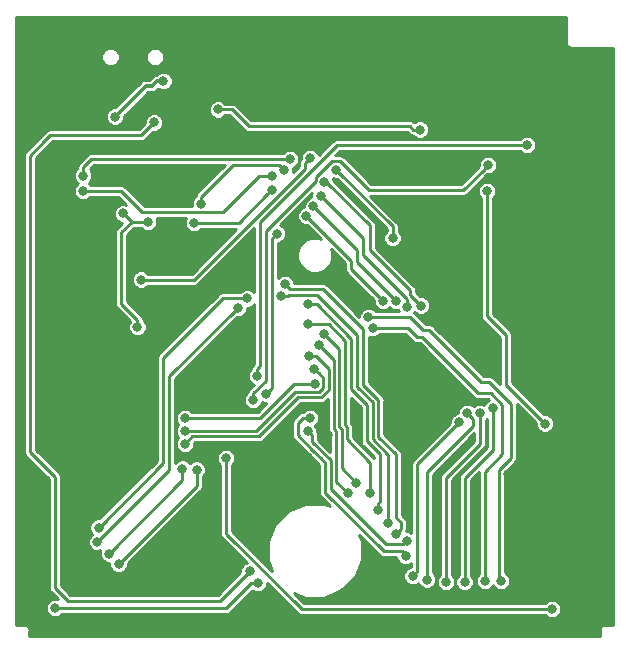
<source format=gbl>
G04 #@! TF.GenerationSoftware,KiCad,Pcbnew,5.0.0-rc2-dev-unknown-62522ee~64~ubuntu17.10.1*
G04 #@! TF.CreationDate,2018-05-05T21:53:19+02:00*
G04 #@! TF.ProjectId,gbcart,6762636172742E6B696361645F706362,rev?*
G04 #@! TF.SameCoordinates,Original*
G04 #@! TF.FileFunction,Copper,L2,Bot,Signal*
G04 #@! TF.FilePolarity,Positive*
%FSLAX46Y46*%
G04 Gerber Fmt 4.6, Leading zero omitted, Abs format (unit mm)*
G04 Created by KiCad (PCBNEW 5.0.0-rc2-dev-unknown-62522ee~64~ubuntu17.10.1) date Sat May  5 21:53:19 2018*
%MOMM*%
%LPD*%
G01*
G04 APERTURE LIST*
%ADD10C,0.800000*%
%ADD11C,0.300000*%
%ADD12C,0.250000*%
%ADD13C,0.254000*%
G04 APERTURE END LIST*
D10*
X87200000Y-44900000D03*
X83100000Y-47900000D03*
X108900000Y-49000000D03*
X91800000Y-47300000D03*
X116400000Y-78200000D03*
X80700000Y-65800000D03*
X88300000Y-65300000D03*
X91500000Y-40400000D03*
X83200000Y-44700000D03*
X84637340Y-71137340D03*
X123400000Y-90000000D03*
X109900000Y-69100000D03*
X103674990Y-73200000D03*
X105832854Y-59307534D03*
X81400000Y-58300000D03*
X110400000Y-71800000D03*
X97200000Y-78696194D03*
X101100000Y-74900000D03*
X107600000Y-56600000D03*
X97500000Y-59900000D03*
X89800000Y-52900000D03*
X88900000Y-59100000D03*
X90400000Y-62700000D03*
X115700000Y-48900000D03*
X85900000Y-56800000D03*
X83800000Y-56100000D03*
X85000000Y-65700000D03*
X120100000Y-89600000D03*
X92500000Y-76800000D03*
X99400000Y-74500000D03*
X107800000Y-83800000D03*
X99600000Y-73400000D03*
X107700000Y-85100000D03*
X104547905Y-64864023D03*
X115800000Y-87200000D03*
X104900000Y-65800000D03*
X114400000Y-87200000D03*
X115100000Y-72600000D03*
X112700000Y-87300000D03*
X114000000Y-73000000D03*
X111100000Y-87300000D03*
X112900000Y-73000000D03*
X109500000Y-87100000D03*
X112200000Y-73800000D03*
X108300000Y-86800000D03*
X97500000Y-62100000D03*
X106900000Y-83200000D03*
X97175021Y-63087999D03*
X106242995Y-82268620D03*
X105400000Y-81200000D03*
X99400000Y-63800000D03*
X104700000Y-79800000D03*
X99400000Y-65500000D03*
X103500000Y-78900000D03*
X100800000Y-66300000D03*
X102800000Y-79800000D03*
X100374990Y-67278061D03*
X89000000Y-75600000D03*
X99525942Y-68207950D03*
X89000000Y-74500000D03*
X99940954Y-69232406D03*
X89000000Y-73400000D03*
X100000000Y-70500000D03*
X83400000Y-85800000D03*
X90000000Y-77800000D03*
X82600000Y-84900000D03*
X88800000Y-77700000D03*
X93500000Y-64100000D03*
X81600000Y-83900000D03*
X94300000Y-63300000D03*
X81700000Y-82700000D03*
X96800000Y-57800000D03*
X95900000Y-71400000D03*
X114600000Y-54200000D03*
X119499999Y-73900000D03*
X118000000Y-50300004D03*
X95124979Y-69874990D03*
X94800000Y-71900000D03*
X114700000Y-52000000D03*
X94500000Y-86400000D03*
X86400000Y-48400000D03*
X95200000Y-87400000D03*
X78000000Y-89500000D03*
X106600000Y-58200000D03*
X101800000Y-52400000D03*
X99600000Y-51400000D03*
X85300000Y-61700000D03*
X109000000Y-63900000D03*
X100800000Y-53400000D03*
X97900000Y-51500000D03*
X80400000Y-52900000D03*
X107800000Y-64000000D03*
X100500000Y-54600000D03*
X97407115Y-52392885D03*
X90400000Y-55274990D03*
X106900000Y-63500000D03*
X99900000Y-55500000D03*
X96400000Y-52900000D03*
X80400000Y-54200000D03*
X105800000Y-63500000D03*
X99300000Y-56300000D03*
X89800000Y-56900000D03*
X96386799Y-54087881D03*
D11*
X86634315Y-44900000D02*
X86234315Y-45300000D01*
X87200000Y-44900000D02*
X86634315Y-44900000D01*
X86234315Y-45300000D02*
X85700000Y-45300000D01*
X85700000Y-45300000D02*
X83100000Y-47900000D01*
D12*
X108334315Y-49000000D02*
X108034315Y-48700000D01*
X108900000Y-49000000D02*
X108334315Y-49000000D01*
X108034315Y-48700000D02*
X94400000Y-48700000D01*
X94400000Y-48700000D02*
X93000000Y-47300000D01*
X93000000Y-47300000D02*
X91800000Y-47300000D01*
X107600000Y-57165685D02*
X107700000Y-57265685D01*
X107600000Y-56600000D02*
X107600000Y-57165685D01*
X107700000Y-57265685D02*
X107700000Y-58400000D01*
X106792466Y-59307534D02*
X105832854Y-59307534D01*
X107700000Y-58400000D02*
X106792466Y-59307534D01*
X85900000Y-56800000D02*
X84500000Y-56800000D01*
X84500000Y-56800000D02*
X83800000Y-56100000D01*
X85000000Y-65134315D02*
X83600000Y-63734315D01*
X85000000Y-65700000D02*
X85000000Y-65134315D01*
X83600000Y-57700000D02*
X84500000Y-56800000D01*
X83600000Y-63734315D02*
X83600000Y-57700000D01*
X92500000Y-77365685D02*
X92500000Y-76800000D01*
X92500000Y-83200000D02*
X92500000Y-77365685D01*
X98900000Y-89600000D02*
X92500000Y-83200000D01*
X120100000Y-89600000D02*
X98900000Y-89600000D01*
X99799999Y-74899999D02*
X99400000Y-74500000D01*
X107500000Y-84100000D02*
X106000000Y-84100000D01*
X99799999Y-75463588D02*
X99799999Y-74899999D01*
X101350011Y-77013600D02*
X99799999Y-75463588D01*
X106000000Y-84100000D02*
X101350011Y-79450011D01*
X101350011Y-79450011D02*
X101350011Y-77013600D01*
X107500000Y-84100000D02*
X107800000Y-83800000D01*
X99034315Y-73400000D02*
X98600000Y-73834315D01*
X99600000Y-73400000D02*
X99034315Y-73400000D01*
X98600000Y-73834315D02*
X98600000Y-74900000D01*
X98600000Y-74900000D02*
X99900000Y-76200000D01*
X99900000Y-76200000D02*
X100500000Y-76800000D01*
X100500000Y-76800000D02*
X100900000Y-77200000D01*
X100900000Y-79740998D02*
X105859002Y-84700000D01*
X100900000Y-77200000D02*
X100900000Y-79740998D01*
X105859002Y-84700000D02*
X107500000Y-84700000D01*
X107500000Y-84700000D02*
X107500000Y-84900000D01*
X107500000Y-84900000D02*
X107700000Y-85100000D01*
X108064023Y-64864023D02*
X105113590Y-64864023D01*
X109200000Y-66000000D02*
X108064023Y-64864023D01*
X105113590Y-64864023D02*
X104547905Y-64864023D01*
X109200000Y-66000000D02*
X109700000Y-66000000D01*
X109700000Y-66000000D02*
X114100000Y-70400000D01*
X114100000Y-70400000D02*
X114800000Y-70400000D01*
X114800000Y-70400000D02*
X116600000Y-72200000D01*
X116600000Y-72200000D02*
X116600000Y-76800000D01*
X116600000Y-76800000D02*
X115600000Y-77800000D01*
X115600000Y-77800000D02*
X115600000Y-80800000D01*
X115600000Y-80800000D02*
X115600000Y-87000000D01*
X115600000Y-87000000D02*
X115800000Y-87200000D01*
X104900000Y-65800000D02*
X105465685Y-65800000D01*
X105465685Y-65800000D02*
X107900000Y-65800000D01*
X107900000Y-65800000D02*
X108700000Y-66600000D01*
X108700000Y-66600000D02*
X109100000Y-66600000D01*
X109100000Y-66600000D02*
X113800000Y-71300000D01*
X113800000Y-71300000D02*
X114900000Y-71300000D01*
X114900000Y-71300000D02*
X115900000Y-72300000D01*
X115900000Y-72300000D02*
X115900000Y-75700000D01*
X115900000Y-75700000D02*
X115900000Y-76500000D01*
X115900000Y-76500000D02*
X114400000Y-78000000D01*
X114400000Y-78000000D02*
X114400000Y-80900000D01*
X114400000Y-80900000D02*
X114400000Y-87200000D01*
X115100000Y-72600000D02*
X115100000Y-76100000D01*
X115100000Y-76100000D02*
X112700000Y-78500000D01*
X112700000Y-78500000D02*
X112700000Y-87300000D01*
X114000000Y-73000000D02*
X114000000Y-73565685D01*
X114000000Y-73565685D02*
X114000000Y-75600000D01*
X114000000Y-75600000D02*
X111100000Y-78500000D01*
X111100000Y-78500000D02*
X111100000Y-87300000D01*
X112900000Y-73000000D02*
X113400000Y-73500000D01*
X113400000Y-73500000D02*
X113400000Y-74100000D01*
X113400000Y-74100000D02*
X109500000Y-78000000D01*
X109500000Y-78000000D02*
X109500000Y-87100000D01*
X112200000Y-73800000D02*
X108700000Y-77300000D01*
X108700000Y-77300000D02*
X108700000Y-86400000D01*
X108700000Y-86400000D02*
X108300000Y-86800000D01*
X97500000Y-62100000D02*
X97899999Y-62499999D01*
X100400000Y-62499999D02*
X100699999Y-62499999D01*
X100699999Y-62499999D02*
X99700000Y-62499999D01*
X97899999Y-62499999D02*
X99700000Y-62499999D01*
X99700000Y-62499999D02*
X100400000Y-62499999D01*
X107299999Y-82800001D02*
X106900000Y-83200000D01*
X105400000Y-75000000D02*
X106900000Y-76500000D01*
X100699999Y-62499999D02*
X104100000Y-65900000D01*
X106900000Y-81852623D02*
X107299999Y-82252622D01*
X107299999Y-82252622D02*
X107299999Y-82800001D01*
X106900000Y-76500000D02*
X106900000Y-81852623D01*
X105400000Y-71900000D02*
X105400000Y-75000000D01*
X104100000Y-70600000D02*
X105400000Y-71900000D01*
X104100000Y-65900000D02*
X104100000Y-70600000D01*
X103600000Y-70800000D02*
X104900000Y-72100000D01*
X100200000Y-63000000D02*
X103600000Y-66400000D01*
X103600000Y-66400000D02*
X103600000Y-70800000D01*
X104900000Y-72100000D02*
X104900000Y-75200000D01*
X97175021Y-63087999D02*
X97740706Y-63087999D01*
X97740706Y-63087999D02*
X97828705Y-63000000D01*
X106242995Y-81702935D02*
X106242995Y-82268620D01*
X106242995Y-76542995D02*
X106242995Y-81702935D01*
X97828705Y-63000000D02*
X100200000Y-63000000D01*
X104900000Y-75200000D02*
X106242995Y-76542995D01*
X105400000Y-80634315D02*
X105500000Y-80534315D01*
X105400000Y-81200000D02*
X105400000Y-80634315D01*
X105500000Y-80534315D02*
X105500000Y-76500000D01*
X105500000Y-76500000D02*
X104400000Y-75400000D01*
X104400000Y-75400000D02*
X104400000Y-72300000D01*
X104400000Y-72300000D02*
X103100000Y-71000000D01*
X103100000Y-71000000D02*
X103100000Y-66700000D01*
X100200000Y-63800000D02*
X103100000Y-66700000D01*
X99400000Y-63800000D02*
X100200000Y-63800000D01*
X102725023Y-75225023D02*
X102725023Y-74179199D01*
X102600000Y-74054176D02*
X102600000Y-66900000D01*
X104700000Y-79800000D02*
X104700000Y-77200000D01*
X102600000Y-66900000D02*
X101200000Y-65500000D01*
X104700000Y-77200000D02*
X102725023Y-75225023D01*
X102725023Y-74179199D02*
X102600000Y-74054176D01*
X101200000Y-65500000D02*
X99965685Y-65500000D01*
X99965685Y-65500000D02*
X99400000Y-65500000D01*
X102275012Y-74365599D02*
X102075035Y-74165622D01*
X103500000Y-78900000D02*
X102275012Y-77675012D01*
X101199999Y-66699999D02*
X100800000Y-66300000D01*
X102075035Y-67575035D02*
X101199999Y-66699999D01*
X102075035Y-74165622D02*
X102075035Y-67575035D01*
X102275012Y-77675012D02*
X102275012Y-74365599D01*
X101625024Y-74352022D02*
X101625024Y-68528095D01*
X101825001Y-78825001D02*
X101825001Y-74551999D01*
X100774989Y-67678060D02*
X100374990Y-67278061D01*
X101825001Y-74551999D02*
X101625024Y-74352022D01*
X101625024Y-68528095D02*
X100774989Y-67678060D01*
X102800000Y-79800000D02*
X101825001Y-78825001D01*
X101175013Y-69291336D02*
X100091627Y-68207950D01*
X100091627Y-68207950D02*
X99525942Y-68207950D01*
X89649989Y-74950011D02*
X95322993Y-74950011D01*
X95322993Y-74950011D02*
X98597991Y-71675013D01*
X98597991Y-71675013D02*
X100534402Y-71675013D01*
X100534402Y-71675013D02*
X101175013Y-71034402D01*
X101175013Y-71034402D02*
X101175013Y-69291336D01*
X89000000Y-75600000D02*
X89649989Y-74950011D01*
X100340953Y-69632405D02*
X99940954Y-69232406D01*
X89000000Y-74500000D02*
X95073004Y-74500000D01*
X95073004Y-74500000D02*
X98348002Y-71225002D01*
X98348002Y-71225002D02*
X100348002Y-71225002D01*
X100348002Y-71225002D02*
X100725002Y-70848002D01*
X100725002Y-70848002D02*
X100725002Y-70016454D01*
X100725002Y-70016454D02*
X100340953Y-69632405D01*
X89000000Y-73400000D02*
X95373002Y-73400000D01*
X98273002Y-70500000D02*
X99434315Y-70500000D01*
X95373002Y-73400000D02*
X98273002Y-70500000D01*
X99434315Y-70500000D02*
X100000000Y-70500000D01*
X83400000Y-85800000D02*
X90000000Y-79200000D01*
X90000000Y-79200000D02*
X90000000Y-77800000D01*
X82600000Y-84900000D02*
X88800000Y-78700000D01*
X88800000Y-78700000D02*
X88800000Y-77700000D01*
X81999999Y-83500001D02*
X81600000Y-83900000D01*
X87700000Y-77800000D02*
X81999999Y-83500001D01*
X93500000Y-64100000D02*
X87700000Y-69900000D01*
X87700000Y-69900000D02*
X87700000Y-77800000D01*
X87150011Y-68349989D02*
X92200000Y-63300000D01*
X93734315Y-63300000D02*
X94300000Y-63300000D01*
X87150011Y-77249989D02*
X87150011Y-68349989D01*
X81700000Y-82700000D02*
X87150011Y-77249989D01*
X92200000Y-63300000D02*
X93734315Y-63300000D01*
X96299999Y-71000001D02*
X95900000Y-71400000D01*
X96800000Y-57800000D02*
X96380975Y-58219025D01*
X96380975Y-70919025D02*
X96299999Y-71000001D01*
X96380975Y-58219025D02*
X96380975Y-70919025D01*
X119100000Y-73500001D02*
X119499999Y-73900000D01*
X116200000Y-66400000D02*
X116200000Y-70600001D01*
X114600000Y-54200000D02*
X114600000Y-64800000D01*
X116200000Y-70600001D02*
X119100000Y-73500001D01*
X114600000Y-64800000D02*
X116200000Y-66400000D01*
X95400000Y-69034284D02*
X95124979Y-69309305D01*
X95400000Y-56800000D02*
X95400000Y-69034284D01*
X95124979Y-69309305D02*
X95124979Y-69874990D01*
X118000000Y-50300004D02*
X101899996Y-50300004D01*
X101899996Y-50300004D02*
X95400000Y-56800000D01*
X94800000Y-71900000D02*
X94800000Y-71334315D01*
X95850011Y-57549989D02*
X100074998Y-53325002D01*
X94800000Y-71334315D02*
X95850011Y-70284304D01*
X95850011Y-70284304D02*
X95850011Y-57549989D01*
X100074998Y-53325002D02*
X100074998Y-53051998D01*
X112600000Y-54100000D02*
X114300001Y-52399999D01*
X114300001Y-52399999D02*
X114700000Y-52000000D01*
X104573004Y-54100000D02*
X112600000Y-54100000D01*
X102148002Y-51674998D02*
X104573004Y-54100000D01*
X100074998Y-53051998D02*
X101451998Y-51674998D01*
X101451998Y-51674998D02*
X102148002Y-51674998D01*
X94500000Y-86400000D02*
X92000000Y-88900000D01*
X92000000Y-88900000D02*
X79200000Y-88900000D01*
X79200000Y-88900000D02*
X79100000Y-88900000D01*
X79100000Y-88900000D02*
X78000000Y-87800000D01*
X78000000Y-87800000D02*
X78000000Y-78400000D01*
X78000000Y-78400000D02*
X75900000Y-76300000D01*
X75900000Y-76300000D02*
X75900000Y-51200000D01*
X75900000Y-51200000D02*
X77100000Y-50000000D01*
X77100000Y-50000000D02*
X77600000Y-49500000D01*
X77600000Y-49500000D02*
X85300000Y-49500000D01*
X85300000Y-49500000D02*
X86400000Y-48400000D01*
X94634315Y-87400000D02*
X92534315Y-89500000D01*
X95200000Y-87400000D02*
X94634315Y-87400000D01*
X92534315Y-89500000D02*
X78000000Y-89500000D01*
X106600000Y-57200000D02*
X101800000Y-52400000D01*
X106600000Y-58200000D02*
X106600000Y-57200000D01*
X99600000Y-51400000D02*
X99200001Y-51799999D01*
X99200001Y-51799999D02*
X99200001Y-52299999D01*
X85865685Y-61700000D02*
X89800000Y-61700000D01*
X85300000Y-61700000D02*
X85865685Y-61700000D01*
X99200001Y-52299999D02*
X89800000Y-61700000D01*
X109000000Y-63900000D02*
X108100000Y-63000000D01*
X108100000Y-63000000D02*
X108100000Y-62600000D01*
X108100000Y-62600000D02*
X104700000Y-59200000D01*
X104700000Y-59200000D02*
X104700000Y-57100000D01*
X104700000Y-57100000D02*
X101000000Y-53400000D01*
X101000000Y-53400000D02*
X100800000Y-53400000D01*
X97900000Y-51500000D02*
X81100000Y-51500000D01*
X81100000Y-51500000D02*
X80400000Y-52200000D01*
X80400000Y-52200000D02*
X80400000Y-52900000D01*
X97407115Y-52392885D02*
X97007116Y-51992886D01*
X93116419Y-51992886D02*
X97007116Y-51992886D01*
X90400000Y-54709305D02*
X93116419Y-51992886D01*
X90400000Y-55274990D02*
X90400000Y-54709305D01*
X107800000Y-64000000D02*
X107800000Y-63336411D01*
X104100000Y-58200000D02*
X100899999Y-54999999D01*
X100899999Y-54999999D02*
X100500000Y-54600000D01*
X104100000Y-59636411D02*
X104100000Y-58200000D01*
X107800000Y-63336411D02*
X104100000Y-59636411D01*
X96400000Y-52900000D02*
X95300000Y-52900000D01*
X95300000Y-52900000D02*
X92200000Y-56000000D01*
X92200000Y-56000000D02*
X85400000Y-56000000D01*
X85400000Y-56000000D02*
X83600000Y-54200000D01*
X83600000Y-54200000D02*
X80400000Y-54200000D01*
X103600000Y-59200000D02*
X100299999Y-55899999D01*
X100299999Y-55899999D02*
X99900000Y-55500000D01*
X106900000Y-63500000D02*
X103600000Y-60200000D01*
X103600000Y-60200000D02*
X103600000Y-59200000D01*
X103100000Y-60100000D02*
X99699999Y-56699999D01*
X105800000Y-63500000D02*
X103100000Y-60800000D01*
X103100000Y-60800000D02*
X103100000Y-60100000D01*
X99699999Y-56699999D02*
X99300000Y-56300000D01*
X89800000Y-56900000D02*
X93574680Y-56900000D01*
X93574680Y-56900000D02*
X95986800Y-54487880D01*
X95986800Y-54487880D02*
X96386799Y-54087881D01*
D13*
G36*
X121244001Y-41555086D02*
X121235067Y-41600000D01*
X121270458Y-41777922D01*
X121371243Y-41928757D01*
X121522078Y-42029542D01*
X121655091Y-42056000D01*
X121700000Y-42064933D01*
X121744909Y-42056000D01*
X125244001Y-42056000D01*
X125244000Y-90944000D01*
X124644909Y-90944000D01*
X124600000Y-90935067D01*
X124555091Y-90944000D01*
X124422078Y-90970458D01*
X124271243Y-91071243D01*
X124170458Y-91222078D01*
X124135067Y-91400000D01*
X124144001Y-91444914D01*
X124144001Y-91873000D01*
X75856000Y-91873000D01*
X75856000Y-91444908D01*
X75864933Y-91400000D01*
X75829542Y-91222078D01*
X75728757Y-91071243D01*
X75577922Y-90970458D01*
X75444909Y-90944000D01*
X75400000Y-90935067D01*
X75355091Y-90944000D01*
X74756000Y-90944000D01*
X74756000Y-51200000D01*
X75384087Y-51200000D01*
X75394001Y-51249839D01*
X75394000Y-76250166D01*
X75384087Y-76300000D01*
X75394000Y-76349834D01*
X75423359Y-76497430D01*
X75535194Y-76664806D01*
X75577448Y-76693039D01*
X77494001Y-78609593D01*
X77494000Y-87750166D01*
X77484087Y-87800000D01*
X77494000Y-87849834D01*
X77523359Y-87997430D01*
X77635194Y-88164806D01*
X77677447Y-88193038D01*
X78237390Y-88752982D01*
X78155351Y-88719000D01*
X77844649Y-88719000D01*
X77557599Y-88837900D01*
X77337900Y-89057599D01*
X77219000Y-89344649D01*
X77219000Y-89655351D01*
X77337900Y-89942401D01*
X77557599Y-90162100D01*
X77844649Y-90281000D01*
X78155351Y-90281000D01*
X78442401Y-90162100D01*
X78598501Y-90006000D01*
X92484481Y-90006000D01*
X92534315Y-90015913D01*
X92584149Y-90006000D01*
X92584150Y-90006000D01*
X92731746Y-89976641D01*
X92899121Y-89864806D01*
X92927354Y-89822552D01*
X94722703Y-88027204D01*
X94757599Y-88062100D01*
X95044649Y-88181000D01*
X95355351Y-88181000D01*
X95642401Y-88062100D01*
X95862100Y-87842401D01*
X95981000Y-87555351D01*
X95981000Y-87396592D01*
X98506963Y-89922555D01*
X98535194Y-89964806D01*
X98647781Y-90040033D01*
X98702568Y-90076641D01*
X98900000Y-90115913D01*
X98949835Y-90106000D01*
X119501499Y-90106000D01*
X119657599Y-90262100D01*
X119944649Y-90381000D01*
X120255351Y-90381000D01*
X120542401Y-90262100D01*
X120762100Y-90042401D01*
X120881000Y-89755351D01*
X120881000Y-89444649D01*
X120762100Y-89157599D01*
X120542401Y-88937900D01*
X120255351Y-88819000D01*
X119944649Y-88819000D01*
X119657599Y-88937900D01*
X119501499Y-89094000D01*
X99109592Y-89094000D01*
X98249524Y-88233933D01*
X99208130Y-88631000D01*
X100791870Y-88631000D01*
X102255055Y-88024929D01*
X103374929Y-86905055D01*
X103981000Y-85441870D01*
X103981000Y-83858130D01*
X103754344Y-83310933D01*
X105465965Y-85022555D01*
X105494196Y-85064806D01*
X105661571Y-85176641D01*
X105809167Y-85206000D01*
X105809168Y-85206000D01*
X105859002Y-85215913D01*
X105908836Y-85206000D01*
X106919000Y-85206000D01*
X106919000Y-85255351D01*
X107037900Y-85542401D01*
X107257599Y-85762100D01*
X107544649Y-85881000D01*
X107855351Y-85881000D01*
X108142401Y-85762100D01*
X108194001Y-85710500D01*
X108194001Y-86019000D01*
X108144649Y-86019000D01*
X107857599Y-86137900D01*
X107637900Y-86357599D01*
X107519000Y-86644649D01*
X107519000Y-86955351D01*
X107637900Y-87242401D01*
X107857599Y-87462100D01*
X108144649Y-87581000D01*
X108455351Y-87581000D01*
X108742401Y-87462100D01*
X108786409Y-87418092D01*
X108837900Y-87542401D01*
X109057599Y-87762100D01*
X109344649Y-87881000D01*
X109655351Y-87881000D01*
X109942401Y-87762100D01*
X110162100Y-87542401D01*
X110281000Y-87255351D01*
X110281000Y-86944649D01*
X110162100Y-86657599D01*
X110006000Y-86501499D01*
X110006000Y-78209591D01*
X113494001Y-74721591D01*
X113494001Y-75390407D01*
X110777448Y-78106961D01*
X110735194Y-78135194D01*
X110623359Y-78302570D01*
X110603979Y-78399999D01*
X110584087Y-78500000D01*
X110594000Y-78549834D01*
X110594001Y-86701498D01*
X110437900Y-86857599D01*
X110319000Y-87144649D01*
X110319000Y-87455351D01*
X110437900Y-87742401D01*
X110657599Y-87962100D01*
X110944649Y-88081000D01*
X111255351Y-88081000D01*
X111542401Y-87962100D01*
X111762100Y-87742401D01*
X111881000Y-87455351D01*
X111881000Y-87144649D01*
X111762100Y-86857599D01*
X111606000Y-86701499D01*
X111606000Y-78709591D01*
X114322555Y-75993037D01*
X114364806Y-75964806D01*
X114476641Y-75797431D01*
X114506000Y-75649835D01*
X114515913Y-75600001D01*
X114506000Y-75550167D01*
X114506000Y-73598501D01*
X114594000Y-73510501D01*
X114594001Y-75890406D01*
X112377447Y-78106962D01*
X112335194Y-78135194D01*
X112223359Y-78302570D01*
X112203979Y-78399999D01*
X112184087Y-78500000D01*
X112194000Y-78549834D01*
X112194001Y-86701498D01*
X112037900Y-86857599D01*
X111919000Y-87144649D01*
X111919000Y-87455351D01*
X112037900Y-87742401D01*
X112257599Y-87962100D01*
X112544649Y-88081000D01*
X112855351Y-88081000D01*
X113142401Y-87962100D01*
X113362100Y-87742401D01*
X113481000Y-87455351D01*
X113481000Y-87144649D01*
X113362100Y-86857599D01*
X113206000Y-86701499D01*
X113206000Y-78709591D01*
X113889314Y-78026278D01*
X113894000Y-78049834D01*
X113894001Y-80850161D01*
X113894000Y-80850166D01*
X113894001Y-86601498D01*
X113737900Y-86757599D01*
X113619000Y-87044649D01*
X113619000Y-87355351D01*
X113737900Y-87642401D01*
X113957599Y-87862100D01*
X114244649Y-87981000D01*
X114555351Y-87981000D01*
X114842401Y-87862100D01*
X115062100Y-87642401D01*
X115100000Y-87550902D01*
X115137900Y-87642401D01*
X115357599Y-87862100D01*
X115644649Y-87981000D01*
X115955351Y-87981000D01*
X116242401Y-87862100D01*
X116462100Y-87642401D01*
X116581000Y-87355351D01*
X116581000Y-87044649D01*
X116462100Y-86757599D01*
X116242401Y-86537900D01*
X116106000Y-86481401D01*
X116106000Y-78009591D01*
X116922559Y-77193034D01*
X116964806Y-77164806D01*
X117076641Y-76997431D01*
X117106000Y-76849835D01*
X117115913Y-76800000D01*
X117106000Y-76750165D01*
X117106000Y-72249833D01*
X117110686Y-72226278D01*
X118718999Y-73834592D01*
X118718999Y-74055351D01*
X118837899Y-74342401D01*
X119057598Y-74562100D01*
X119344648Y-74681000D01*
X119655350Y-74681000D01*
X119942400Y-74562100D01*
X120162099Y-74342401D01*
X120280999Y-74055351D01*
X120280999Y-73744649D01*
X120162099Y-73457599D01*
X119942400Y-73237900D01*
X119655350Y-73119000D01*
X119434591Y-73119000D01*
X116706000Y-70390410D01*
X116706000Y-66449835D01*
X116715913Y-66400000D01*
X116676641Y-66202568D01*
X116637941Y-66144649D01*
X116564806Y-66035194D01*
X116522556Y-66006964D01*
X115106000Y-64590409D01*
X115106000Y-54798501D01*
X115262100Y-54642401D01*
X115381000Y-54355351D01*
X115381000Y-54044649D01*
X115262100Y-53757599D01*
X115042401Y-53537900D01*
X114755351Y-53419000D01*
X114444649Y-53419000D01*
X114157599Y-53537900D01*
X113937900Y-53757599D01*
X113819000Y-54044649D01*
X113819000Y-54355351D01*
X113937900Y-54642401D01*
X114094000Y-54798501D01*
X114094001Y-64750161D01*
X114084087Y-64800000D01*
X114111316Y-64936883D01*
X114123360Y-64997431D01*
X114235195Y-65164806D01*
X114277445Y-65193037D01*
X115694000Y-66609592D01*
X115694001Y-70550162D01*
X115689314Y-70573723D01*
X115193039Y-70077447D01*
X115164806Y-70035194D01*
X114997431Y-69923359D01*
X114849835Y-69894000D01*
X114849834Y-69894000D01*
X114800000Y-69884087D01*
X114750166Y-69894000D01*
X114309592Y-69894000D01*
X110093039Y-65677448D01*
X110064806Y-65635194D01*
X109897431Y-65523359D01*
X109749835Y-65494000D01*
X109749834Y-65494000D01*
X109700000Y-65484087D01*
X109650166Y-65494000D01*
X109409592Y-65494000D01*
X108457061Y-64541470D01*
X108428829Y-64499217D01*
X108414715Y-64489786D01*
X108450000Y-64454501D01*
X108557599Y-64562100D01*
X108844649Y-64681000D01*
X109155351Y-64681000D01*
X109442401Y-64562100D01*
X109662100Y-64342401D01*
X109781000Y-64055351D01*
X109781000Y-63744649D01*
X109662100Y-63457599D01*
X109442401Y-63237900D01*
X109155351Y-63119000D01*
X108934592Y-63119000D01*
X108606000Y-62790409D01*
X108606000Y-62649833D01*
X108615913Y-62599999D01*
X108592242Y-62481000D01*
X108576641Y-62402569D01*
X108464806Y-62235194D01*
X108422555Y-62206963D01*
X105206000Y-58990409D01*
X105206000Y-57149833D01*
X105215913Y-57099999D01*
X105196532Y-57002568D01*
X105176641Y-56902569D01*
X105064806Y-56735194D01*
X105022555Y-56706963D01*
X101581000Y-53265409D01*
X101581000Y-53244649D01*
X101535993Y-53135993D01*
X101644649Y-53181000D01*
X101865409Y-53181000D01*
X106094001Y-57409593D01*
X106094001Y-57601498D01*
X105937900Y-57757599D01*
X105819000Y-58044649D01*
X105819000Y-58355351D01*
X105937900Y-58642401D01*
X106157599Y-58862100D01*
X106444649Y-58981000D01*
X106755351Y-58981000D01*
X107042401Y-58862100D01*
X107262100Y-58642401D01*
X107381000Y-58355351D01*
X107381000Y-58044649D01*
X107262100Y-57757599D01*
X107106000Y-57601499D01*
X107106000Y-57249833D01*
X107115913Y-57199999D01*
X107103560Y-57137900D01*
X107076641Y-57002569D01*
X106964806Y-56835194D01*
X106922555Y-56806963D01*
X104721592Y-54606000D01*
X112550166Y-54606000D01*
X112600000Y-54615913D01*
X112649834Y-54606000D01*
X112649835Y-54606000D01*
X112797431Y-54576641D01*
X112964806Y-54464806D01*
X112993039Y-54422553D01*
X114634592Y-52781000D01*
X114855351Y-52781000D01*
X115142401Y-52662100D01*
X115362100Y-52442401D01*
X115481000Y-52155351D01*
X115481000Y-51844649D01*
X115362100Y-51557599D01*
X115142401Y-51337900D01*
X114855351Y-51219000D01*
X114544649Y-51219000D01*
X114257599Y-51337900D01*
X114037900Y-51557599D01*
X113919000Y-51844649D01*
X113919000Y-52065408D01*
X112390409Y-53594000D01*
X104782596Y-53594000D01*
X102541041Y-51352446D01*
X102512808Y-51310192D01*
X102345433Y-51198357D01*
X102197837Y-51168998D01*
X102197836Y-51168998D01*
X102148002Y-51159085D01*
X102098168Y-51168998D01*
X101746594Y-51168998D01*
X102109588Y-50806004D01*
X117401499Y-50806004D01*
X117557599Y-50962104D01*
X117844649Y-51081004D01*
X118155351Y-51081004D01*
X118442401Y-50962104D01*
X118662100Y-50742405D01*
X118781000Y-50455355D01*
X118781000Y-50144653D01*
X118662100Y-49857603D01*
X118442401Y-49637904D01*
X118155351Y-49519004D01*
X117844649Y-49519004D01*
X117557599Y-49637904D01*
X117401499Y-49794004D01*
X101949829Y-49794004D01*
X101899995Y-49784091D01*
X101850161Y-49794004D01*
X101702565Y-49823363D01*
X101535190Y-49935198D01*
X101506959Y-49977449D01*
X100339632Y-51144777D01*
X100262100Y-50957599D01*
X100042401Y-50737900D01*
X99755351Y-50619000D01*
X99444649Y-50619000D01*
X99157599Y-50737900D01*
X98937900Y-50957599D01*
X98819000Y-51244649D01*
X98819000Y-51459431D01*
X98723360Y-51602569D01*
X98699333Y-51723359D01*
X98684088Y-51799999D01*
X98694001Y-51849834D01*
X98694002Y-52090406D01*
X98154134Y-52630275D01*
X98188115Y-52548236D01*
X98188115Y-52237534D01*
X98184040Y-52227695D01*
X98342401Y-52162100D01*
X98562100Y-51942401D01*
X98681000Y-51655351D01*
X98681000Y-51344649D01*
X98562100Y-51057599D01*
X98342401Y-50837900D01*
X98055351Y-50719000D01*
X97744649Y-50719000D01*
X97457599Y-50837900D01*
X97301499Y-50994000D01*
X81149833Y-50994000D01*
X81099999Y-50984087D01*
X81050165Y-50994000D01*
X80902569Y-51023359D01*
X80735194Y-51135194D01*
X80706963Y-51177445D01*
X80077447Y-51806962D01*
X80035194Y-51835194D01*
X79923359Y-52002570D01*
X79894514Y-52147580D01*
X79884087Y-52200000D01*
X79894000Y-52249835D01*
X79894000Y-52301499D01*
X79737900Y-52457599D01*
X79619000Y-52744649D01*
X79619000Y-53055351D01*
X79737900Y-53342401D01*
X79945499Y-53550000D01*
X79737900Y-53757599D01*
X79619000Y-54044649D01*
X79619000Y-54355351D01*
X79737900Y-54642401D01*
X79957599Y-54862100D01*
X80244649Y-54981000D01*
X80555351Y-54981000D01*
X80842401Y-54862100D01*
X80998501Y-54706000D01*
X83390409Y-54706000D01*
X84037390Y-55352982D01*
X83955351Y-55319000D01*
X83644649Y-55319000D01*
X83357599Y-55437900D01*
X83137900Y-55657599D01*
X83019000Y-55944649D01*
X83019000Y-56255351D01*
X83137900Y-56542401D01*
X83357599Y-56762100D01*
X83644649Y-56881000D01*
X83703408Y-56881000D01*
X83277445Y-57306964D01*
X83235195Y-57335194D01*
X83150400Y-57462100D01*
X83123360Y-57502569D01*
X83084087Y-57700000D01*
X83094001Y-57749839D01*
X83094000Y-63684481D01*
X83084087Y-63734315D01*
X83094000Y-63784149D01*
X83123359Y-63931745D01*
X83235194Y-64099121D01*
X83277447Y-64127354D01*
X84372796Y-65222703D01*
X84337900Y-65257599D01*
X84219000Y-65544649D01*
X84219000Y-65855351D01*
X84337900Y-66142401D01*
X84557599Y-66362100D01*
X84844649Y-66481000D01*
X85155351Y-66481000D01*
X85442401Y-66362100D01*
X85662100Y-66142401D01*
X85781000Y-65855351D01*
X85781000Y-65544649D01*
X85662100Y-65257599D01*
X85510226Y-65105725D01*
X85500653Y-65057599D01*
X85476641Y-64936884D01*
X85364806Y-64769509D01*
X85322555Y-64741278D01*
X84106000Y-63524724D01*
X84106000Y-57909591D01*
X84709592Y-57306000D01*
X85301499Y-57306000D01*
X85457599Y-57462100D01*
X85744649Y-57581000D01*
X86055351Y-57581000D01*
X86342401Y-57462100D01*
X86562100Y-57242401D01*
X86681000Y-56955351D01*
X86681000Y-56644649D01*
X86623570Y-56506000D01*
X89117852Y-56506000D01*
X89019000Y-56744649D01*
X89019000Y-57055351D01*
X89137900Y-57342401D01*
X89357599Y-57562100D01*
X89644649Y-57681000D01*
X89955351Y-57681000D01*
X90242401Y-57562100D01*
X90398501Y-57406000D01*
X93378409Y-57406000D01*
X89590409Y-61194000D01*
X85898501Y-61194000D01*
X85742401Y-61037900D01*
X85455351Y-60919000D01*
X85144649Y-60919000D01*
X84857599Y-61037900D01*
X84637900Y-61257599D01*
X84519000Y-61544649D01*
X84519000Y-61855351D01*
X84637900Y-62142401D01*
X84857599Y-62362100D01*
X85144649Y-62481000D01*
X85455351Y-62481000D01*
X85742401Y-62362100D01*
X85898501Y-62206000D01*
X89750166Y-62206000D01*
X89800000Y-62215913D01*
X89849834Y-62206000D01*
X89849835Y-62206000D01*
X89997431Y-62176641D01*
X90164806Y-62064806D01*
X90193039Y-62022552D01*
X94894000Y-57321591D01*
X94894000Y-62789499D01*
X94742401Y-62637900D01*
X94455351Y-62519000D01*
X94144649Y-62519000D01*
X93857599Y-62637900D01*
X93701499Y-62794000D01*
X92249834Y-62794000D01*
X92200000Y-62784087D01*
X92150166Y-62794000D01*
X92150165Y-62794000D01*
X92002569Y-62823359D01*
X91835194Y-62935194D01*
X91806963Y-62977445D01*
X86827457Y-67956952D01*
X86785206Y-67985183D01*
X86740161Y-68052599D01*
X86673371Y-68152558D01*
X86634098Y-68349989D01*
X86644012Y-68399828D01*
X86644011Y-77040397D01*
X81765409Y-81919000D01*
X81544649Y-81919000D01*
X81257599Y-82037900D01*
X81037900Y-82257599D01*
X80919000Y-82544649D01*
X80919000Y-82855351D01*
X81037900Y-83142401D01*
X81145499Y-83250000D01*
X80937900Y-83457599D01*
X80819000Y-83744649D01*
X80819000Y-84055351D01*
X80937900Y-84342401D01*
X81157599Y-84562100D01*
X81444649Y-84681000D01*
X81755351Y-84681000D01*
X81864007Y-84635993D01*
X81819000Y-84744649D01*
X81819000Y-85055351D01*
X81937900Y-85342401D01*
X82157599Y-85562100D01*
X82444649Y-85681000D01*
X82619000Y-85681000D01*
X82619000Y-85955351D01*
X82737900Y-86242401D01*
X82957599Y-86462100D01*
X83244649Y-86581000D01*
X83555351Y-86581000D01*
X83842401Y-86462100D01*
X84062100Y-86242401D01*
X84181000Y-85955351D01*
X84181000Y-85734591D01*
X90322559Y-79593034D01*
X90364806Y-79564806D01*
X90476641Y-79397431D01*
X90506000Y-79249835D01*
X90506000Y-79249834D01*
X90515913Y-79200000D01*
X90506000Y-79150165D01*
X90506000Y-78398501D01*
X90662100Y-78242401D01*
X90781000Y-77955351D01*
X90781000Y-77644649D01*
X90662100Y-77357599D01*
X90442401Y-77137900D01*
X90155351Y-77019000D01*
X89844649Y-77019000D01*
X89557599Y-77137900D01*
X89450000Y-77245499D01*
X89242401Y-77037900D01*
X88955351Y-76919000D01*
X88644649Y-76919000D01*
X88357599Y-77037900D01*
X88206000Y-77189499D01*
X88206000Y-70109591D01*
X93434592Y-64881000D01*
X93655351Y-64881000D01*
X93942401Y-64762100D01*
X94162100Y-64542401D01*
X94281000Y-64255351D01*
X94281000Y-64081000D01*
X94455351Y-64081000D01*
X94742401Y-63962100D01*
X94894001Y-63810500D01*
X94894001Y-68824692D01*
X94802427Y-68916266D01*
X94760173Y-68944499D01*
X94648338Y-69111875D01*
X94619493Y-69256885D01*
X94614753Y-69280715D01*
X94462879Y-69432589D01*
X94343979Y-69719639D01*
X94343979Y-70030341D01*
X94462879Y-70317391D01*
X94682578Y-70537090D01*
X94823332Y-70595392D01*
X94477445Y-70941279D01*
X94435195Y-70969509D01*
X94381524Y-71049835D01*
X94323360Y-71136884D01*
X94289774Y-71305725D01*
X94137900Y-71457599D01*
X94019000Y-71744649D01*
X94019000Y-72055351D01*
X94137900Y-72342401D01*
X94357599Y-72562100D01*
X94644649Y-72681000D01*
X94955351Y-72681000D01*
X95242401Y-72562100D01*
X95462100Y-72342401D01*
X95560542Y-72104740D01*
X95744649Y-72181000D01*
X95876411Y-72181000D01*
X95163411Y-72894000D01*
X89598501Y-72894000D01*
X89442401Y-72737900D01*
X89155351Y-72619000D01*
X88844649Y-72619000D01*
X88557599Y-72737900D01*
X88337900Y-72957599D01*
X88219000Y-73244649D01*
X88219000Y-73555351D01*
X88337900Y-73842401D01*
X88445499Y-73950000D01*
X88337900Y-74057599D01*
X88219000Y-74344649D01*
X88219000Y-74655351D01*
X88337900Y-74942401D01*
X88445499Y-75050000D01*
X88337900Y-75157599D01*
X88219000Y-75444649D01*
X88219000Y-75755351D01*
X88337900Y-76042401D01*
X88557599Y-76262100D01*
X88844649Y-76381000D01*
X89155351Y-76381000D01*
X89442401Y-76262100D01*
X89662100Y-76042401D01*
X89781000Y-75755351D01*
X89781000Y-75534592D01*
X89859581Y-75456011D01*
X95273159Y-75456011D01*
X95322993Y-75465924D01*
X95372827Y-75456011D01*
X95372828Y-75456011D01*
X95520424Y-75426652D01*
X95687799Y-75314817D01*
X95716032Y-75272563D01*
X98807583Y-72181013D01*
X100484568Y-72181013D01*
X100534402Y-72190926D01*
X100584236Y-72181013D01*
X100584237Y-72181013D01*
X100731833Y-72151654D01*
X100899208Y-72039819D01*
X100927440Y-71997566D01*
X101119024Y-71805982D01*
X101119024Y-74302188D01*
X101109111Y-74352022D01*
X101119024Y-74401856D01*
X101148383Y-74549452D01*
X101260218Y-74716828D01*
X101302472Y-74745061D01*
X101319002Y-74761591D01*
X101319002Y-76266999D01*
X100305999Y-75253997D01*
X100305999Y-74949832D01*
X100315912Y-74899998D01*
X100301722Y-74828663D01*
X100276640Y-74702568D01*
X100181000Y-74559431D01*
X100181000Y-74344649D01*
X100062100Y-74057599D01*
X100054501Y-74050000D01*
X100262100Y-73842401D01*
X100381000Y-73555351D01*
X100381000Y-73244649D01*
X100262100Y-72957599D01*
X100042401Y-72737900D01*
X99755351Y-72619000D01*
X99444649Y-72619000D01*
X99157599Y-72737900D01*
X99005725Y-72889774D01*
X98984480Y-72894000D01*
X98836884Y-72923359D01*
X98669509Y-73035194D01*
X98641278Y-73077445D01*
X98277447Y-73441277D01*
X98235194Y-73469509D01*
X98123359Y-73636885D01*
X98103804Y-73735195D01*
X98084087Y-73834315D01*
X98094000Y-73884150D01*
X98094001Y-74850161D01*
X98084087Y-74900000D01*
X98109468Y-75027592D01*
X98123360Y-75097431D01*
X98235195Y-75264806D01*
X98277445Y-75293036D01*
X99577442Y-76593034D01*
X99577445Y-76593036D01*
X100177442Y-77193034D01*
X100177445Y-77193036D01*
X100394000Y-77409592D01*
X100394001Y-79691159D01*
X100384087Y-79740998D01*
X100405737Y-79849834D01*
X100423360Y-79938429D01*
X100535195Y-80105804D01*
X100577446Y-80134035D01*
X101339067Y-80895657D01*
X100791870Y-80669000D01*
X99208130Y-80669000D01*
X97744945Y-81275071D01*
X96625071Y-82394945D01*
X96019000Y-83858130D01*
X96019000Y-85441870D01*
X96416068Y-86400476D01*
X93006000Y-82990409D01*
X93006000Y-77398501D01*
X93162100Y-77242401D01*
X93281000Y-76955351D01*
X93281000Y-76644649D01*
X93162100Y-76357599D01*
X92942401Y-76137900D01*
X92655351Y-76019000D01*
X92344649Y-76019000D01*
X92057599Y-76137900D01*
X91837900Y-76357599D01*
X91719000Y-76644649D01*
X91719000Y-76955351D01*
X91837900Y-77242401D01*
X91994000Y-77398501D01*
X91994000Y-77415519D01*
X91994001Y-77415524D01*
X91994000Y-83150166D01*
X91984087Y-83200000D01*
X91994000Y-83249834D01*
X92023359Y-83397430D01*
X92135194Y-83564806D01*
X92177448Y-83593039D01*
X94244777Y-85660368D01*
X94057599Y-85737900D01*
X93837900Y-85957599D01*
X93719000Y-86244649D01*
X93719000Y-86465408D01*
X91790409Y-88394000D01*
X79309592Y-88394000D01*
X78506000Y-87590409D01*
X78506000Y-78449833D01*
X78515913Y-78399999D01*
X78497407Y-78306966D01*
X78476641Y-78202569D01*
X78364806Y-78035194D01*
X78322555Y-78006963D01*
X76406000Y-76090409D01*
X76406000Y-51409591D01*
X77493034Y-50322558D01*
X77493036Y-50322555D01*
X77809592Y-50006000D01*
X85250166Y-50006000D01*
X85300000Y-50015913D01*
X85349834Y-50006000D01*
X85349835Y-50006000D01*
X85497431Y-49976641D01*
X85664806Y-49864806D01*
X85693038Y-49822553D01*
X86334592Y-49181000D01*
X86555351Y-49181000D01*
X86842401Y-49062100D01*
X87062100Y-48842401D01*
X87181000Y-48555351D01*
X87181000Y-48244649D01*
X87062100Y-47957599D01*
X86842401Y-47737900D01*
X86555351Y-47619000D01*
X86244649Y-47619000D01*
X85957599Y-47737900D01*
X85737900Y-47957599D01*
X85619000Y-48244649D01*
X85619000Y-48465408D01*
X85090409Y-48994000D01*
X77649835Y-48994000D01*
X77600000Y-48984087D01*
X77402568Y-49023359D01*
X77347781Y-49059967D01*
X77235194Y-49135194D01*
X77206963Y-49177445D01*
X76777445Y-49606964D01*
X76777442Y-49606966D01*
X75577445Y-50806964D01*
X75535195Y-50835194D01*
X75476285Y-50923360D01*
X75423360Y-51002569D01*
X75384087Y-51200000D01*
X74756000Y-51200000D01*
X74756000Y-47744649D01*
X82319000Y-47744649D01*
X82319000Y-48055351D01*
X82437900Y-48342401D01*
X82657599Y-48562100D01*
X82944649Y-48681000D01*
X83255351Y-48681000D01*
X83542401Y-48562100D01*
X83762100Y-48342401D01*
X83881000Y-48055351D01*
X83881000Y-47869947D01*
X84606298Y-47144649D01*
X91019000Y-47144649D01*
X91019000Y-47455351D01*
X91137900Y-47742401D01*
X91357599Y-47962100D01*
X91644649Y-48081000D01*
X91955351Y-48081000D01*
X92242401Y-47962100D01*
X92398501Y-47806000D01*
X92790409Y-47806000D01*
X94006963Y-49022555D01*
X94035194Y-49064806D01*
X94202569Y-49176641D01*
X94350165Y-49206000D01*
X94350166Y-49206000D01*
X94400000Y-49215913D01*
X94449834Y-49206000D01*
X107824724Y-49206000D01*
X107941276Y-49322552D01*
X107969509Y-49364806D01*
X108136884Y-49476641D01*
X108284480Y-49506000D01*
X108305725Y-49510226D01*
X108457599Y-49662100D01*
X108744649Y-49781000D01*
X109055351Y-49781000D01*
X109342401Y-49662100D01*
X109562100Y-49442401D01*
X109681000Y-49155351D01*
X109681000Y-48844649D01*
X109562100Y-48557599D01*
X109342401Y-48337900D01*
X109055351Y-48219000D01*
X108744649Y-48219000D01*
X108457599Y-48337900D01*
X108423628Y-48371871D01*
X108399121Y-48335194D01*
X108231746Y-48223359D01*
X108084150Y-48194000D01*
X108084149Y-48194000D01*
X108034315Y-48184087D01*
X107984481Y-48194000D01*
X94609592Y-48194000D01*
X93393039Y-46977447D01*
X93364806Y-46935194D01*
X93197431Y-46823359D01*
X93049835Y-46794000D01*
X93049834Y-46794000D01*
X93000000Y-46784087D01*
X92950166Y-46794000D01*
X92398501Y-46794000D01*
X92242401Y-46637900D01*
X91955351Y-46519000D01*
X91644649Y-46519000D01*
X91357599Y-46637900D01*
X91137900Y-46857599D01*
X91019000Y-47144649D01*
X84606298Y-47144649D01*
X85919947Y-45831000D01*
X86182025Y-45831000D01*
X86234315Y-45841401D01*
X86286605Y-45831000D01*
X86286609Y-45831000D01*
X86441501Y-45800190D01*
X86617144Y-45682829D01*
X86646767Y-45638495D01*
X86740381Y-45544882D01*
X86757599Y-45562100D01*
X87044649Y-45681000D01*
X87355351Y-45681000D01*
X87642401Y-45562100D01*
X87862100Y-45342401D01*
X87981000Y-45055351D01*
X87981000Y-44744649D01*
X87862100Y-44457599D01*
X87642401Y-44237900D01*
X87355351Y-44119000D01*
X87044649Y-44119000D01*
X86757599Y-44237900D01*
X86636471Y-44359028D01*
X86634314Y-44358599D01*
X86582024Y-44369000D01*
X86582021Y-44369000D01*
X86427129Y-44399810D01*
X86251486Y-44517171D01*
X86221863Y-44561505D01*
X86014368Y-44769000D01*
X85752289Y-44769000D01*
X85699999Y-44758599D01*
X85647709Y-44769000D01*
X85647706Y-44769000D01*
X85492814Y-44799810D01*
X85317171Y-44917171D01*
X85287549Y-44961504D01*
X83130053Y-47119000D01*
X82944649Y-47119000D01*
X82657599Y-47237900D01*
X82437900Y-47457599D01*
X82319000Y-47744649D01*
X74756000Y-47744649D01*
X74756000Y-42691192D01*
X81922840Y-42691192D01*
X81922840Y-43001408D01*
X82041554Y-43288010D01*
X82260910Y-43507366D01*
X82547512Y-43626080D01*
X82857728Y-43626080D01*
X83144330Y-43507366D01*
X83363686Y-43288010D01*
X83482400Y-43001408D01*
X83482400Y-42693732D01*
X85720140Y-42693732D01*
X85720140Y-43003948D01*
X85838854Y-43290550D01*
X86058210Y-43509906D01*
X86344812Y-43628620D01*
X86655028Y-43628620D01*
X86941630Y-43509906D01*
X87160986Y-43290550D01*
X87279700Y-43003948D01*
X87279700Y-42693732D01*
X87160986Y-42407130D01*
X86941630Y-42187774D01*
X86655028Y-42069060D01*
X86344812Y-42069060D01*
X86058210Y-42187774D01*
X85838854Y-42407130D01*
X85720140Y-42693732D01*
X83482400Y-42693732D01*
X83482400Y-42691192D01*
X83363686Y-42404590D01*
X83144330Y-42185234D01*
X82857728Y-42066520D01*
X82547512Y-42066520D01*
X82260910Y-42185234D01*
X82041554Y-42404590D01*
X81922840Y-42691192D01*
X74756000Y-42691192D01*
X74756000Y-39456000D01*
X121244000Y-39456000D01*
X121244001Y-41555086D01*
X121244001Y-41555086D01*
G37*
X121244001Y-41555086D02*
X121235067Y-41600000D01*
X121270458Y-41777922D01*
X121371243Y-41928757D01*
X121522078Y-42029542D01*
X121655091Y-42056000D01*
X121700000Y-42064933D01*
X121744909Y-42056000D01*
X125244001Y-42056000D01*
X125244000Y-90944000D01*
X124644909Y-90944000D01*
X124600000Y-90935067D01*
X124555091Y-90944000D01*
X124422078Y-90970458D01*
X124271243Y-91071243D01*
X124170458Y-91222078D01*
X124135067Y-91400000D01*
X124144001Y-91444914D01*
X124144001Y-91873000D01*
X75856000Y-91873000D01*
X75856000Y-91444908D01*
X75864933Y-91400000D01*
X75829542Y-91222078D01*
X75728757Y-91071243D01*
X75577922Y-90970458D01*
X75444909Y-90944000D01*
X75400000Y-90935067D01*
X75355091Y-90944000D01*
X74756000Y-90944000D01*
X74756000Y-51200000D01*
X75384087Y-51200000D01*
X75394001Y-51249839D01*
X75394000Y-76250166D01*
X75384087Y-76300000D01*
X75394000Y-76349834D01*
X75423359Y-76497430D01*
X75535194Y-76664806D01*
X75577448Y-76693039D01*
X77494001Y-78609593D01*
X77494000Y-87750166D01*
X77484087Y-87800000D01*
X77494000Y-87849834D01*
X77523359Y-87997430D01*
X77635194Y-88164806D01*
X77677447Y-88193038D01*
X78237390Y-88752982D01*
X78155351Y-88719000D01*
X77844649Y-88719000D01*
X77557599Y-88837900D01*
X77337900Y-89057599D01*
X77219000Y-89344649D01*
X77219000Y-89655351D01*
X77337900Y-89942401D01*
X77557599Y-90162100D01*
X77844649Y-90281000D01*
X78155351Y-90281000D01*
X78442401Y-90162100D01*
X78598501Y-90006000D01*
X92484481Y-90006000D01*
X92534315Y-90015913D01*
X92584149Y-90006000D01*
X92584150Y-90006000D01*
X92731746Y-89976641D01*
X92899121Y-89864806D01*
X92927354Y-89822552D01*
X94722703Y-88027204D01*
X94757599Y-88062100D01*
X95044649Y-88181000D01*
X95355351Y-88181000D01*
X95642401Y-88062100D01*
X95862100Y-87842401D01*
X95981000Y-87555351D01*
X95981000Y-87396592D01*
X98506963Y-89922555D01*
X98535194Y-89964806D01*
X98647781Y-90040033D01*
X98702568Y-90076641D01*
X98900000Y-90115913D01*
X98949835Y-90106000D01*
X119501499Y-90106000D01*
X119657599Y-90262100D01*
X119944649Y-90381000D01*
X120255351Y-90381000D01*
X120542401Y-90262100D01*
X120762100Y-90042401D01*
X120881000Y-89755351D01*
X120881000Y-89444649D01*
X120762100Y-89157599D01*
X120542401Y-88937900D01*
X120255351Y-88819000D01*
X119944649Y-88819000D01*
X119657599Y-88937900D01*
X119501499Y-89094000D01*
X99109592Y-89094000D01*
X98249524Y-88233933D01*
X99208130Y-88631000D01*
X100791870Y-88631000D01*
X102255055Y-88024929D01*
X103374929Y-86905055D01*
X103981000Y-85441870D01*
X103981000Y-83858130D01*
X103754344Y-83310933D01*
X105465965Y-85022555D01*
X105494196Y-85064806D01*
X105661571Y-85176641D01*
X105809167Y-85206000D01*
X105809168Y-85206000D01*
X105859002Y-85215913D01*
X105908836Y-85206000D01*
X106919000Y-85206000D01*
X106919000Y-85255351D01*
X107037900Y-85542401D01*
X107257599Y-85762100D01*
X107544649Y-85881000D01*
X107855351Y-85881000D01*
X108142401Y-85762100D01*
X108194001Y-85710500D01*
X108194001Y-86019000D01*
X108144649Y-86019000D01*
X107857599Y-86137900D01*
X107637900Y-86357599D01*
X107519000Y-86644649D01*
X107519000Y-86955351D01*
X107637900Y-87242401D01*
X107857599Y-87462100D01*
X108144649Y-87581000D01*
X108455351Y-87581000D01*
X108742401Y-87462100D01*
X108786409Y-87418092D01*
X108837900Y-87542401D01*
X109057599Y-87762100D01*
X109344649Y-87881000D01*
X109655351Y-87881000D01*
X109942401Y-87762100D01*
X110162100Y-87542401D01*
X110281000Y-87255351D01*
X110281000Y-86944649D01*
X110162100Y-86657599D01*
X110006000Y-86501499D01*
X110006000Y-78209591D01*
X113494001Y-74721591D01*
X113494001Y-75390407D01*
X110777448Y-78106961D01*
X110735194Y-78135194D01*
X110623359Y-78302570D01*
X110603979Y-78399999D01*
X110584087Y-78500000D01*
X110594000Y-78549834D01*
X110594001Y-86701498D01*
X110437900Y-86857599D01*
X110319000Y-87144649D01*
X110319000Y-87455351D01*
X110437900Y-87742401D01*
X110657599Y-87962100D01*
X110944649Y-88081000D01*
X111255351Y-88081000D01*
X111542401Y-87962100D01*
X111762100Y-87742401D01*
X111881000Y-87455351D01*
X111881000Y-87144649D01*
X111762100Y-86857599D01*
X111606000Y-86701499D01*
X111606000Y-78709591D01*
X114322555Y-75993037D01*
X114364806Y-75964806D01*
X114476641Y-75797431D01*
X114506000Y-75649835D01*
X114515913Y-75600001D01*
X114506000Y-75550167D01*
X114506000Y-73598501D01*
X114594000Y-73510501D01*
X114594001Y-75890406D01*
X112377447Y-78106962D01*
X112335194Y-78135194D01*
X112223359Y-78302570D01*
X112203979Y-78399999D01*
X112184087Y-78500000D01*
X112194000Y-78549834D01*
X112194001Y-86701498D01*
X112037900Y-86857599D01*
X111919000Y-87144649D01*
X111919000Y-87455351D01*
X112037900Y-87742401D01*
X112257599Y-87962100D01*
X112544649Y-88081000D01*
X112855351Y-88081000D01*
X113142401Y-87962100D01*
X113362100Y-87742401D01*
X113481000Y-87455351D01*
X113481000Y-87144649D01*
X113362100Y-86857599D01*
X113206000Y-86701499D01*
X113206000Y-78709591D01*
X113889314Y-78026278D01*
X113894000Y-78049834D01*
X113894001Y-80850161D01*
X113894000Y-80850166D01*
X113894001Y-86601498D01*
X113737900Y-86757599D01*
X113619000Y-87044649D01*
X113619000Y-87355351D01*
X113737900Y-87642401D01*
X113957599Y-87862100D01*
X114244649Y-87981000D01*
X114555351Y-87981000D01*
X114842401Y-87862100D01*
X115062100Y-87642401D01*
X115100000Y-87550902D01*
X115137900Y-87642401D01*
X115357599Y-87862100D01*
X115644649Y-87981000D01*
X115955351Y-87981000D01*
X116242401Y-87862100D01*
X116462100Y-87642401D01*
X116581000Y-87355351D01*
X116581000Y-87044649D01*
X116462100Y-86757599D01*
X116242401Y-86537900D01*
X116106000Y-86481401D01*
X116106000Y-78009591D01*
X116922559Y-77193034D01*
X116964806Y-77164806D01*
X117076641Y-76997431D01*
X117106000Y-76849835D01*
X117115913Y-76800000D01*
X117106000Y-76750165D01*
X117106000Y-72249833D01*
X117110686Y-72226278D01*
X118718999Y-73834592D01*
X118718999Y-74055351D01*
X118837899Y-74342401D01*
X119057598Y-74562100D01*
X119344648Y-74681000D01*
X119655350Y-74681000D01*
X119942400Y-74562100D01*
X120162099Y-74342401D01*
X120280999Y-74055351D01*
X120280999Y-73744649D01*
X120162099Y-73457599D01*
X119942400Y-73237900D01*
X119655350Y-73119000D01*
X119434591Y-73119000D01*
X116706000Y-70390410D01*
X116706000Y-66449835D01*
X116715913Y-66400000D01*
X116676641Y-66202568D01*
X116637941Y-66144649D01*
X116564806Y-66035194D01*
X116522556Y-66006964D01*
X115106000Y-64590409D01*
X115106000Y-54798501D01*
X115262100Y-54642401D01*
X115381000Y-54355351D01*
X115381000Y-54044649D01*
X115262100Y-53757599D01*
X115042401Y-53537900D01*
X114755351Y-53419000D01*
X114444649Y-53419000D01*
X114157599Y-53537900D01*
X113937900Y-53757599D01*
X113819000Y-54044649D01*
X113819000Y-54355351D01*
X113937900Y-54642401D01*
X114094000Y-54798501D01*
X114094001Y-64750161D01*
X114084087Y-64800000D01*
X114111316Y-64936883D01*
X114123360Y-64997431D01*
X114235195Y-65164806D01*
X114277445Y-65193037D01*
X115694000Y-66609592D01*
X115694001Y-70550162D01*
X115689314Y-70573723D01*
X115193039Y-70077447D01*
X115164806Y-70035194D01*
X114997431Y-69923359D01*
X114849835Y-69894000D01*
X114849834Y-69894000D01*
X114800000Y-69884087D01*
X114750166Y-69894000D01*
X114309592Y-69894000D01*
X110093039Y-65677448D01*
X110064806Y-65635194D01*
X109897431Y-65523359D01*
X109749835Y-65494000D01*
X109749834Y-65494000D01*
X109700000Y-65484087D01*
X109650166Y-65494000D01*
X109409592Y-65494000D01*
X108457061Y-64541470D01*
X108428829Y-64499217D01*
X108414715Y-64489786D01*
X108450000Y-64454501D01*
X108557599Y-64562100D01*
X108844649Y-64681000D01*
X109155351Y-64681000D01*
X109442401Y-64562100D01*
X109662100Y-64342401D01*
X109781000Y-64055351D01*
X109781000Y-63744649D01*
X109662100Y-63457599D01*
X109442401Y-63237900D01*
X109155351Y-63119000D01*
X108934592Y-63119000D01*
X108606000Y-62790409D01*
X108606000Y-62649833D01*
X108615913Y-62599999D01*
X108592242Y-62481000D01*
X108576641Y-62402569D01*
X108464806Y-62235194D01*
X108422555Y-62206963D01*
X105206000Y-58990409D01*
X105206000Y-57149833D01*
X105215913Y-57099999D01*
X105196532Y-57002568D01*
X105176641Y-56902569D01*
X105064806Y-56735194D01*
X105022555Y-56706963D01*
X101581000Y-53265409D01*
X101581000Y-53244649D01*
X101535993Y-53135993D01*
X101644649Y-53181000D01*
X101865409Y-53181000D01*
X106094001Y-57409593D01*
X106094001Y-57601498D01*
X105937900Y-57757599D01*
X105819000Y-58044649D01*
X105819000Y-58355351D01*
X105937900Y-58642401D01*
X106157599Y-58862100D01*
X106444649Y-58981000D01*
X106755351Y-58981000D01*
X107042401Y-58862100D01*
X107262100Y-58642401D01*
X107381000Y-58355351D01*
X107381000Y-58044649D01*
X107262100Y-57757599D01*
X107106000Y-57601499D01*
X107106000Y-57249833D01*
X107115913Y-57199999D01*
X107103560Y-57137900D01*
X107076641Y-57002569D01*
X106964806Y-56835194D01*
X106922555Y-56806963D01*
X104721592Y-54606000D01*
X112550166Y-54606000D01*
X112600000Y-54615913D01*
X112649834Y-54606000D01*
X112649835Y-54606000D01*
X112797431Y-54576641D01*
X112964806Y-54464806D01*
X112993039Y-54422553D01*
X114634592Y-52781000D01*
X114855351Y-52781000D01*
X115142401Y-52662100D01*
X115362100Y-52442401D01*
X115481000Y-52155351D01*
X115481000Y-51844649D01*
X115362100Y-51557599D01*
X115142401Y-51337900D01*
X114855351Y-51219000D01*
X114544649Y-51219000D01*
X114257599Y-51337900D01*
X114037900Y-51557599D01*
X113919000Y-51844649D01*
X113919000Y-52065408D01*
X112390409Y-53594000D01*
X104782596Y-53594000D01*
X102541041Y-51352446D01*
X102512808Y-51310192D01*
X102345433Y-51198357D01*
X102197837Y-51168998D01*
X102197836Y-51168998D01*
X102148002Y-51159085D01*
X102098168Y-51168998D01*
X101746594Y-51168998D01*
X102109588Y-50806004D01*
X117401499Y-50806004D01*
X117557599Y-50962104D01*
X117844649Y-51081004D01*
X118155351Y-51081004D01*
X118442401Y-50962104D01*
X118662100Y-50742405D01*
X118781000Y-50455355D01*
X118781000Y-50144653D01*
X118662100Y-49857603D01*
X118442401Y-49637904D01*
X118155351Y-49519004D01*
X117844649Y-49519004D01*
X117557599Y-49637904D01*
X117401499Y-49794004D01*
X101949829Y-49794004D01*
X101899995Y-49784091D01*
X101850161Y-49794004D01*
X101702565Y-49823363D01*
X101535190Y-49935198D01*
X101506959Y-49977449D01*
X100339632Y-51144777D01*
X100262100Y-50957599D01*
X100042401Y-50737900D01*
X99755351Y-50619000D01*
X99444649Y-50619000D01*
X99157599Y-50737900D01*
X98937900Y-50957599D01*
X98819000Y-51244649D01*
X98819000Y-51459431D01*
X98723360Y-51602569D01*
X98699333Y-51723359D01*
X98684088Y-51799999D01*
X98694001Y-51849834D01*
X98694002Y-52090406D01*
X98154134Y-52630275D01*
X98188115Y-52548236D01*
X98188115Y-52237534D01*
X98184040Y-52227695D01*
X98342401Y-52162100D01*
X98562100Y-51942401D01*
X98681000Y-51655351D01*
X98681000Y-51344649D01*
X98562100Y-51057599D01*
X98342401Y-50837900D01*
X98055351Y-50719000D01*
X97744649Y-50719000D01*
X97457599Y-50837900D01*
X97301499Y-50994000D01*
X81149833Y-50994000D01*
X81099999Y-50984087D01*
X81050165Y-50994000D01*
X80902569Y-51023359D01*
X80735194Y-51135194D01*
X80706963Y-51177445D01*
X80077447Y-51806962D01*
X80035194Y-51835194D01*
X79923359Y-52002570D01*
X79894514Y-52147580D01*
X79884087Y-52200000D01*
X79894000Y-52249835D01*
X79894000Y-52301499D01*
X79737900Y-52457599D01*
X79619000Y-52744649D01*
X79619000Y-53055351D01*
X79737900Y-53342401D01*
X79945499Y-53550000D01*
X79737900Y-53757599D01*
X79619000Y-54044649D01*
X79619000Y-54355351D01*
X79737900Y-54642401D01*
X79957599Y-54862100D01*
X80244649Y-54981000D01*
X80555351Y-54981000D01*
X80842401Y-54862100D01*
X80998501Y-54706000D01*
X83390409Y-54706000D01*
X84037390Y-55352982D01*
X83955351Y-55319000D01*
X83644649Y-55319000D01*
X83357599Y-55437900D01*
X83137900Y-55657599D01*
X83019000Y-55944649D01*
X83019000Y-56255351D01*
X83137900Y-56542401D01*
X83357599Y-56762100D01*
X83644649Y-56881000D01*
X83703408Y-56881000D01*
X83277445Y-57306964D01*
X83235195Y-57335194D01*
X83150400Y-57462100D01*
X83123360Y-57502569D01*
X83084087Y-57700000D01*
X83094001Y-57749839D01*
X83094000Y-63684481D01*
X83084087Y-63734315D01*
X83094000Y-63784149D01*
X83123359Y-63931745D01*
X83235194Y-64099121D01*
X83277447Y-64127354D01*
X84372796Y-65222703D01*
X84337900Y-65257599D01*
X84219000Y-65544649D01*
X84219000Y-65855351D01*
X84337900Y-66142401D01*
X84557599Y-66362100D01*
X84844649Y-66481000D01*
X85155351Y-66481000D01*
X85442401Y-66362100D01*
X85662100Y-66142401D01*
X85781000Y-65855351D01*
X85781000Y-65544649D01*
X85662100Y-65257599D01*
X85510226Y-65105725D01*
X85500653Y-65057599D01*
X85476641Y-64936884D01*
X85364806Y-64769509D01*
X85322555Y-64741278D01*
X84106000Y-63524724D01*
X84106000Y-57909591D01*
X84709592Y-57306000D01*
X85301499Y-57306000D01*
X85457599Y-57462100D01*
X85744649Y-57581000D01*
X86055351Y-57581000D01*
X86342401Y-57462100D01*
X86562100Y-57242401D01*
X86681000Y-56955351D01*
X86681000Y-56644649D01*
X86623570Y-56506000D01*
X89117852Y-56506000D01*
X89019000Y-56744649D01*
X89019000Y-57055351D01*
X89137900Y-57342401D01*
X89357599Y-57562100D01*
X89644649Y-57681000D01*
X89955351Y-57681000D01*
X90242401Y-57562100D01*
X90398501Y-57406000D01*
X93378409Y-57406000D01*
X89590409Y-61194000D01*
X85898501Y-61194000D01*
X85742401Y-61037900D01*
X85455351Y-60919000D01*
X85144649Y-60919000D01*
X84857599Y-61037900D01*
X84637900Y-61257599D01*
X84519000Y-61544649D01*
X84519000Y-61855351D01*
X84637900Y-62142401D01*
X84857599Y-62362100D01*
X85144649Y-62481000D01*
X85455351Y-62481000D01*
X85742401Y-62362100D01*
X85898501Y-62206000D01*
X89750166Y-62206000D01*
X89800000Y-62215913D01*
X89849834Y-62206000D01*
X89849835Y-62206000D01*
X89997431Y-62176641D01*
X90164806Y-62064806D01*
X90193039Y-62022552D01*
X94894000Y-57321591D01*
X94894000Y-62789499D01*
X94742401Y-62637900D01*
X94455351Y-62519000D01*
X94144649Y-62519000D01*
X93857599Y-62637900D01*
X93701499Y-62794000D01*
X92249834Y-62794000D01*
X92200000Y-62784087D01*
X92150166Y-62794000D01*
X92150165Y-62794000D01*
X92002569Y-62823359D01*
X91835194Y-62935194D01*
X91806963Y-62977445D01*
X86827457Y-67956952D01*
X86785206Y-67985183D01*
X86740161Y-68052599D01*
X86673371Y-68152558D01*
X86634098Y-68349989D01*
X86644012Y-68399828D01*
X86644011Y-77040397D01*
X81765409Y-81919000D01*
X81544649Y-81919000D01*
X81257599Y-82037900D01*
X81037900Y-82257599D01*
X80919000Y-82544649D01*
X80919000Y-82855351D01*
X81037900Y-83142401D01*
X81145499Y-83250000D01*
X80937900Y-83457599D01*
X80819000Y-83744649D01*
X80819000Y-84055351D01*
X80937900Y-84342401D01*
X81157599Y-84562100D01*
X81444649Y-84681000D01*
X81755351Y-84681000D01*
X81864007Y-84635993D01*
X81819000Y-84744649D01*
X81819000Y-85055351D01*
X81937900Y-85342401D01*
X82157599Y-85562100D01*
X82444649Y-85681000D01*
X82619000Y-85681000D01*
X82619000Y-85955351D01*
X82737900Y-86242401D01*
X82957599Y-86462100D01*
X83244649Y-86581000D01*
X83555351Y-86581000D01*
X83842401Y-86462100D01*
X84062100Y-86242401D01*
X84181000Y-85955351D01*
X84181000Y-85734591D01*
X90322559Y-79593034D01*
X90364806Y-79564806D01*
X90476641Y-79397431D01*
X90506000Y-79249835D01*
X90506000Y-79249834D01*
X90515913Y-79200000D01*
X90506000Y-79150165D01*
X90506000Y-78398501D01*
X90662100Y-78242401D01*
X90781000Y-77955351D01*
X90781000Y-77644649D01*
X90662100Y-77357599D01*
X90442401Y-77137900D01*
X90155351Y-77019000D01*
X89844649Y-77019000D01*
X89557599Y-77137900D01*
X89450000Y-77245499D01*
X89242401Y-77037900D01*
X88955351Y-76919000D01*
X88644649Y-76919000D01*
X88357599Y-77037900D01*
X88206000Y-77189499D01*
X88206000Y-70109591D01*
X93434592Y-64881000D01*
X93655351Y-64881000D01*
X93942401Y-64762100D01*
X94162100Y-64542401D01*
X94281000Y-64255351D01*
X94281000Y-64081000D01*
X94455351Y-64081000D01*
X94742401Y-63962100D01*
X94894001Y-63810500D01*
X94894001Y-68824692D01*
X94802427Y-68916266D01*
X94760173Y-68944499D01*
X94648338Y-69111875D01*
X94619493Y-69256885D01*
X94614753Y-69280715D01*
X94462879Y-69432589D01*
X94343979Y-69719639D01*
X94343979Y-70030341D01*
X94462879Y-70317391D01*
X94682578Y-70537090D01*
X94823332Y-70595392D01*
X94477445Y-70941279D01*
X94435195Y-70969509D01*
X94381524Y-71049835D01*
X94323360Y-71136884D01*
X94289774Y-71305725D01*
X94137900Y-71457599D01*
X94019000Y-71744649D01*
X94019000Y-72055351D01*
X94137900Y-72342401D01*
X94357599Y-72562100D01*
X94644649Y-72681000D01*
X94955351Y-72681000D01*
X95242401Y-72562100D01*
X95462100Y-72342401D01*
X95560542Y-72104740D01*
X95744649Y-72181000D01*
X95876411Y-72181000D01*
X95163411Y-72894000D01*
X89598501Y-72894000D01*
X89442401Y-72737900D01*
X89155351Y-72619000D01*
X88844649Y-72619000D01*
X88557599Y-72737900D01*
X88337900Y-72957599D01*
X88219000Y-73244649D01*
X88219000Y-73555351D01*
X88337900Y-73842401D01*
X88445499Y-73950000D01*
X88337900Y-74057599D01*
X88219000Y-74344649D01*
X88219000Y-74655351D01*
X88337900Y-74942401D01*
X88445499Y-75050000D01*
X88337900Y-75157599D01*
X88219000Y-75444649D01*
X88219000Y-75755351D01*
X88337900Y-76042401D01*
X88557599Y-76262100D01*
X88844649Y-76381000D01*
X89155351Y-76381000D01*
X89442401Y-76262100D01*
X89662100Y-76042401D01*
X89781000Y-75755351D01*
X89781000Y-75534592D01*
X89859581Y-75456011D01*
X95273159Y-75456011D01*
X95322993Y-75465924D01*
X95372827Y-75456011D01*
X95372828Y-75456011D01*
X95520424Y-75426652D01*
X95687799Y-75314817D01*
X95716032Y-75272563D01*
X98807583Y-72181013D01*
X100484568Y-72181013D01*
X100534402Y-72190926D01*
X100584236Y-72181013D01*
X100584237Y-72181013D01*
X100731833Y-72151654D01*
X100899208Y-72039819D01*
X100927440Y-71997566D01*
X101119024Y-71805982D01*
X101119024Y-74302188D01*
X101109111Y-74352022D01*
X101119024Y-74401856D01*
X101148383Y-74549452D01*
X101260218Y-74716828D01*
X101302472Y-74745061D01*
X101319002Y-74761591D01*
X101319002Y-76266999D01*
X100305999Y-75253997D01*
X100305999Y-74949832D01*
X100315912Y-74899998D01*
X100301722Y-74828663D01*
X100276640Y-74702568D01*
X100181000Y-74559431D01*
X100181000Y-74344649D01*
X100062100Y-74057599D01*
X100054501Y-74050000D01*
X100262100Y-73842401D01*
X100381000Y-73555351D01*
X100381000Y-73244649D01*
X100262100Y-72957599D01*
X100042401Y-72737900D01*
X99755351Y-72619000D01*
X99444649Y-72619000D01*
X99157599Y-72737900D01*
X99005725Y-72889774D01*
X98984480Y-72894000D01*
X98836884Y-72923359D01*
X98669509Y-73035194D01*
X98641278Y-73077445D01*
X98277447Y-73441277D01*
X98235194Y-73469509D01*
X98123359Y-73636885D01*
X98103804Y-73735195D01*
X98084087Y-73834315D01*
X98094000Y-73884150D01*
X98094001Y-74850161D01*
X98084087Y-74900000D01*
X98109468Y-75027592D01*
X98123360Y-75097431D01*
X98235195Y-75264806D01*
X98277445Y-75293036D01*
X99577442Y-76593034D01*
X99577445Y-76593036D01*
X100177442Y-77193034D01*
X100177445Y-77193036D01*
X100394000Y-77409592D01*
X100394001Y-79691159D01*
X100384087Y-79740998D01*
X100405737Y-79849834D01*
X100423360Y-79938429D01*
X100535195Y-80105804D01*
X100577446Y-80134035D01*
X101339067Y-80895657D01*
X100791870Y-80669000D01*
X99208130Y-80669000D01*
X97744945Y-81275071D01*
X96625071Y-82394945D01*
X96019000Y-83858130D01*
X96019000Y-85441870D01*
X96416068Y-86400476D01*
X93006000Y-82990409D01*
X93006000Y-77398501D01*
X93162100Y-77242401D01*
X93281000Y-76955351D01*
X93281000Y-76644649D01*
X93162100Y-76357599D01*
X92942401Y-76137900D01*
X92655351Y-76019000D01*
X92344649Y-76019000D01*
X92057599Y-76137900D01*
X91837900Y-76357599D01*
X91719000Y-76644649D01*
X91719000Y-76955351D01*
X91837900Y-77242401D01*
X91994000Y-77398501D01*
X91994000Y-77415519D01*
X91994001Y-77415524D01*
X91994000Y-83150166D01*
X91984087Y-83200000D01*
X91994000Y-83249834D01*
X92023359Y-83397430D01*
X92135194Y-83564806D01*
X92177448Y-83593039D01*
X94244777Y-85660368D01*
X94057599Y-85737900D01*
X93837900Y-85957599D01*
X93719000Y-86244649D01*
X93719000Y-86465408D01*
X91790409Y-88394000D01*
X79309592Y-88394000D01*
X78506000Y-87590409D01*
X78506000Y-78449833D01*
X78515913Y-78399999D01*
X78497407Y-78306966D01*
X78476641Y-78202569D01*
X78364806Y-78035194D01*
X78322555Y-78006963D01*
X76406000Y-76090409D01*
X76406000Y-51409591D01*
X77493034Y-50322558D01*
X77493036Y-50322555D01*
X77809592Y-50006000D01*
X85250166Y-50006000D01*
X85300000Y-50015913D01*
X85349834Y-50006000D01*
X85349835Y-50006000D01*
X85497431Y-49976641D01*
X85664806Y-49864806D01*
X85693038Y-49822553D01*
X86334592Y-49181000D01*
X86555351Y-49181000D01*
X86842401Y-49062100D01*
X87062100Y-48842401D01*
X87181000Y-48555351D01*
X87181000Y-48244649D01*
X87062100Y-47957599D01*
X86842401Y-47737900D01*
X86555351Y-47619000D01*
X86244649Y-47619000D01*
X85957599Y-47737900D01*
X85737900Y-47957599D01*
X85619000Y-48244649D01*
X85619000Y-48465408D01*
X85090409Y-48994000D01*
X77649835Y-48994000D01*
X77600000Y-48984087D01*
X77402568Y-49023359D01*
X77347781Y-49059967D01*
X77235194Y-49135194D01*
X77206963Y-49177445D01*
X76777445Y-49606964D01*
X76777442Y-49606966D01*
X75577445Y-50806964D01*
X75535195Y-50835194D01*
X75476285Y-50923360D01*
X75423360Y-51002569D01*
X75384087Y-51200000D01*
X74756000Y-51200000D01*
X74756000Y-47744649D01*
X82319000Y-47744649D01*
X82319000Y-48055351D01*
X82437900Y-48342401D01*
X82657599Y-48562100D01*
X82944649Y-48681000D01*
X83255351Y-48681000D01*
X83542401Y-48562100D01*
X83762100Y-48342401D01*
X83881000Y-48055351D01*
X83881000Y-47869947D01*
X84606298Y-47144649D01*
X91019000Y-47144649D01*
X91019000Y-47455351D01*
X91137900Y-47742401D01*
X91357599Y-47962100D01*
X91644649Y-48081000D01*
X91955351Y-48081000D01*
X92242401Y-47962100D01*
X92398501Y-47806000D01*
X92790409Y-47806000D01*
X94006963Y-49022555D01*
X94035194Y-49064806D01*
X94202569Y-49176641D01*
X94350165Y-49206000D01*
X94350166Y-49206000D01*
X94400000Y-49215913D01*
X94449834Y-49206000D01*
X107824724Y-49206000D01*
X107941276Y-49322552D01*
X107969509Y-49364806D01*
X108136884Y-49476641D01*
X108284480Y-49506000D01*
X108305725Y-49510226D01*
X108457599Y-49662100D01*
X108744649Y-49781000D01*
X109055351Y-49781000D01*
X109342401Y-49662100D01*
X109562100Y-49442401D01*
X109681000Y-49155351D01*
X109681000Y-48844649D01*
X109562100Y-48557599D01*
X109342401Y-48337900D01*
X109055351Y-48219000D01*
X108744649Y-48219000D01*
X108457599Y-48337900D01*
X108423628Y-48371871D01*
X108399121Y-48335194D01*
X108231746Y-48223359D01*
X108084150Y-48194000D01*
X108084149Y-48194000D01*
X108034315Y-48184087D01*
X107984481Y-48194000D01*
X94609592Y-48194000D01*
X93393039Y-46977447D01*
X93364806Y-46935194D01*
X93197431Y-46823359D01*
X93049835Y-46794000D01*
X93049834Y-46794000D01*
X93000000Y-46784087D01*
X92950166Y-46794000D01*
X92398501Y-46794000D01*
X92242401Y-46637900D01*
X91955351Y-46519000D01*
X91644649Y-46519000D01*
X91357599Y-46637900D01*
X91137900Y-46857599D01*
X91019000Y-47144649D01*
X84606298Y-47144649D01*
X85919947Y-45831000D01*
X86182025Y-45831000D01*
X86234315Y-45841401D01*
X86286605Y-45831000D01*
X86286609Y-45831000D01*
X86441501Y-45800190D01*
X86617144Y-45682829D01*
X86646767Y-45638495D01*
X86740381Y-45544882D01*
X86757599Y-45562100D01*
X87044649Y-45681000D01*
X87355351Y-45681000D01*
X87642401Y-45562100D01*
X87862100Y-45342401D01*
X87981000Y-45055351D01*
X87981000Y-44744649D01*
X87862100Y-44457599D01*
X87642401Y-44237900D01*
X87355351Y-44119000D01*
X87044649Y-44119000D01*
X86757599Y-44237900D01*
X86636471Y-44359028D01*
X86634314Y-44358599D01*
X86582024Y-44369000D01*
X86582021Y-44369000D01*
X86427129Y-44399810D01*
X86251486Y-44517171D01*
X86221863Y-44561505D01*
X86014368Y-44769000D01*
X85752289Y-44769000D01*
X85699999Y-44758599D01*
X85647709Y-44769000D01*
X85647706Y-44769000D01*
X85492814Y-44799810D01*
X85317171Y-44917171D01*
X85287549Y-44961504D01*
X83130053Y-47119000D01*
X82944649Y-47119000D01*
X82657599Y-47237900D01*
X82437900Y-47457599D01*
X82319000Y-47744649D01*
X74756000Y-47744649D01*
X74756000Y-42691192D01*
X81922840Y-42691192D01*
X81922840Y-43001408D01*
X82041554Y-43288010D01*
X82260910Y-43507366D01*
X82547512Y-43626080D01*
X82857728Y-43626080D01*
X83144330Y-43507366D01*
X83363686Y-43288010D01*
X83482400Y-43001408D01*
X83482400Y-42693732D01*
X85720140Y-42693732D01*
X85720140Y-43003948D01*
X85838854Y-43290550D01*
X86058210Y-43509906D01*
X86344812Y-43628620D01*
X86655028Y-43628620D01*
X86941630Y-43509906D01*
X87160986Y-43290550D01*
X87279700Y-43003948D01*
X87279700Y-42693732D01*
X87160986Y-42407130D01*
X86941630Y-42187774D01*
X86655028Y-42069060D01*
X86344812Y-42069060D01*
X86058210Y-42187774D01*
X85838854Y-42407130D01*
X85720140Y-42693732D01*
X83482400Y-42693732D01*
X83482400Y-42691192D01*
X83363686Y-42404590D01*
X83144330Y-42185234D01*
X82857728Y-42066520D01*
X82547512Y-42066520D01*
X82260910Y-42185234D01*
X82041554Y-42404590D01*
X81922840Y-42691192D01*
X74756000Y-42691192D01*
X74756000Y-39456000D01*
X121244000Y-39456000D01*
X121244001Y-41555086D01*
G36*
X108306963Y-66922555D02*
X108335194Y-66964806D01*
X108502569Y-67076641D01*
X108650165Y-67106000D01*
X108650166Y-67106000D01*
X108700000Y-67115913D01*
X108749834Y-67106000D01*
X108890409Y-67106000D01*
X113406963Y-71622555D01*
X113435194Y-71664806D01*
X113547781Y-71740033D01*
X113602568Y-71776641D01*
X113800000Y-71815913D01*
X113849835Y-71806000D01*
X114690409Y-71806000D01*
X114774066Y-71889658D01*
X114657599Y-71937900D01*
X114437900Y-72157599D01*
X114374813Y-72309904D01*
X114155351Y-72219000D01*
X113844649Y-72219000D01*
X113557599Y-72337900D01*
X113450000Y-72445499D01*
X113342401Y-72337900D01*
X113055351Y-72219000D01*
X112744649Y-72219000D01*
X112457599Y-72337900D01*
X112237900Y-72557599D01*
X112119000Y-72844649D01*
X112119000Y-73019000D01*
X112044649Y-73019000D01*
X111757599Y-73137900D01*
X111537900Y-73357599D01*
X111419000Y-73644649D01*
X111419000Y-73865408D01*
X108377448Y-76906961D01*
X108335194Y-76935194D01*
X108223359Y-77102570D01*
X108204303Y-77198372D01*
X108184087Y-77300000D01*
X108194000Y-77349834D01*
X108194001Y-83117852D01*
X107955351Y-83019000D01*
X107762229Y-83019000D01*
X107776640Y-82997432D01*
X107805999Y-82849836D01*
X107815912Y-82800002D01*
X107805999Y-82750168D01*
X107805999Y-82302455D01*
X107815912Y-82252621D01*
X107801382Y-82179576D01*
X107776640Y-82055191D01*
X107664805Y-81887816D01*
X107622554Y-81859586D01*
X107406000Y-81643032D01*
X107406000Y-76549833D01*
X107415913Y-76499999D01*
X107403022Y-76435194D01*
X107376641Y-76302569D01*
X107264806Y-76135194D01*
X107222556Y-76106964D01*
X105906000Y-74790409D01*
X105906000Y-71949834D01*
X105915913Y-71900000D01*
X105876641Y-71702568D01*
X105823179Y-71622557D01*
X105764806Y-71535194D01*
X105722556Y-71506964D01*
X104606000Y-70390409D01*
X104606000Y-66523570D01*
X104744649Y-66581000D01*
X105055351Y-66581000D01*
X105342401Y-66462100D01*
X105498501Y-66306000D01*
X107690409Y-66306000D01*
X108306963Y-66922555D01*
X108306963Y-66922555D01*
G37*
X108306963Y-66922555D02*
X108335194Y-66964806D01*
X108502569Y-67076641D01*
X108650165Y-67106000D01*
X108650166Y-67106000D01*
X108700000Y-67115913D01*
X108749834Y-67106000D01*
X108890409Y-67106000D01*
X113406963Y-71622555D01*
X113435194Y-71664806D01*
X113547781Y-71740033D01*
X113602568Y-71776641D01*
X113800000Y-71815913D01*
X113849835Y-71806000D01*
X114690409Y-71806000D01*
X114774066Y-71889658D01*
X114657599Y-71937900D01*
X114437900Y-72157599D01*
X114374813Y-72309904D01*
X114155351Y-72219000D01*
X113844649Y-72219000D01*
X113557599Y-72337900D01*
X113450000Y-72445499D01*
X113342401Y-72337900D01*
X113055351Y-72219000D01*
X112744649Y-72219000D01*
X112457599Y-72337900D01*
X112237900Y-72557599D01*
X112119000Y-72844649D01*
X112119000Y-73019000D01*
X112044649Y-73019000D01*
X111757599Y-73137900D01*
X111537900Y-73357599D01*
X111419000Y-73644649D01*
X111419000Y-73865408D01*
X108377448Y-76906961D01*
X108335194Y-76935194D01*
X108223359Y-77102570D01*
X108204303Y-77198372D01*
X108184087Y-77300000D01*
X108194000Y-77349834D01*
X108194001Y-83117852D01*
X107955351Y-83019000D01*
X107762229Y-83019000D01*
X107776640Y-82997432D01*
X107805999Y-82849836D01*
X107815912Y-82800002D01*
X107805999Y-82750168D01*
X107805999Y-82302455D01*
X107815912Y-82252621D01*
X107801382Y-82179576D01*
X107776640Y-82055191D01*
X107664805Y-81887816D01*
X107622554Y-81859586D01*
X107406000Y-81643032D01*
X107406000Y-76549833D01*
X107415913Y-76499999D01*
X107403022Y-76435194D01*
X107376641Y-76302569D01*
X107264806Y-76135194D01*
X107222556Y-76106964D01*
X105906000Y-74790409D01*
X105906000Y-71949834D01*
X105915913Y-71900000D01*
X105876641Y-71702568D01*
X105823179Y-71622557D01*
X105764806Y-71535194D01*
X105722556Y-71506964D01*
X104606000Y-70390409D01*
X104606000Y-66523570D01*
X104744649Y-66581000D01*
X105055351Y-66581000D01*
X105342401Y-66462100D01*
X105498501Y-66306000D01*
X107690409Y-66306000D01*
X108306963Y-66922555D01*
G36*
X103894001Y-72509593D02*
X103894000Y-75350166D01*
X103884087Y-75400000D01*
X103894000Y-75449834D01*
X103923359Y-75597430D01*
X104035194Y-75764806D01*
X104077447Y-75793038D01*
X104994001Y-76709593D01*
X104994001Y-76778409D01*
X103231023Y-75015432D01*
X103231023Y-74229032D01*
X103240936Y-74179198D01*
X103224671Y-74097431D01*
X103201664Y-73981768D01*
X103106000Y-73838595D01*
X103106000Y-71721591D01*
X103894001Y-72509593D01*
X103894001Y-72509593D01*
G37*
X103894001Y-72509593D02*
X103894000Y-75350166D01*
X103884087Y-75400000D01*
X103894000Y-75449834D01*
X103923359Y-75597430D01*
X104035194Y-75764806D01*
X104077447Y-75793038D01*
X104994001Y-76709593D01*
X104994001Y-76778409D01*
X103231023Y-75015432D01*
X103231023Y-74229032D01*
X103240936Y-74179198D01*
X103224671Y-74097431D01*
X103201664Y-73981768D01*
X103106000Y-73838595D01*
X103106000Y-71721591D01*
X103894001Y-72509593D01*
G36*
X99719000Y-54444649D02*
X99719000Y-54729624D01*
X99457599Y-54837900D01*
X99237900Y-55057599D01*
X99119000Y-55344649D01*
X99119000Y-55529624D01*
X98857599Y-55637900D01*
X98637900Y-55857599D01*
X98519000Y-56144649D01*
X98519000Y-56455351D01*
X98637900Y-56742401D01*
X98857599Y-56962100D01*
X99144649Y-57081000D01*
X99365408Y-57081000D01*
X99377441Y-57093033D01*
X99377444Y-57093035D01*
X100519517Y-58235108D01*
X100299562Y-58144000D01*
X99700438Y-58144000D01*
X99146920Y-58373275D01*
X98723275Y-58796920D01*
X98494000Y-59350438D01*
X98494000Y-59949562D01*
X98723275Y-60503080D01*
X99146920Y-60926725D01*
X99700438Y-61156000D01*
X100299562Y-61156000D01*
X100853080Y-60926725D01*
X101276725Y-60503080D01*
X101506000Y-59949562D01*
X101506000Y-59350438D01*
X101414892Y-59130484D01*
X102594001Y-60309594D01*
X102594000Y-60750165D01*
X102584087Y-60800000D01*
X102594000Y-60849834D01*
X102623359Y-60997430D01*
X102735194Y-61164806D01*
X102777448Y-61193039D01*
X105019000Y-63434592D01*
X105019000Y-63655351D01*
X105137900Y-63942401D01*
X105357599Y-64162100D01*
X105644649Y-64281000D01*
X105955351Y-64281000D01*
X106242401Y-64162100D01*
X106350000Y-64054501D01*
X106457599Y-64162100D01*
X106744649Y-64281000D01*
X107055351Y-64281000D01*
X107068747Y-64275451D01*
X107102949Y-64358023D01*
X105146406Y-64358023D01*
X104990306Y-64201923D01*
X104703256Y-64083023D01*
X104392554Y-64083023D01*
X104105504Y-64201923D01*
X103885805Y-64421622D01*
X103766905Y-64708672D01*
X103766905Y-64851312D01*
X101093038Y-62177446D01*
X101064805Y-62135193D01*
X100897430Y-62023358D01*
X100749834Y-61993999D01*
X100749833Y-61993999D01*
X100699999Y-61984086D01*
X100650165Y-61993999D01*
X98281000Y-61993999D01*
X98281000Y-61944649D01*
X98162100Y-61657599D01*
X97942401Y-61437900D01*
X97655351Y-61319000D01*
X97344649Y-61319000D01*
X97057599Y-61437900D01*
X96886975Y-61608524D01*
X96886975Y-58581000D01*
X96955351Y-58581000D01*
X97242401Y-58462100D01*
X97462100Y-58242401D01*
X97581000Y-57955351D01*
X97581000Y-57644649D01*
X97462100Y-57357599D01*
X97242401Y-57137900D01*
X97055223Y-57060368D01*
X99752982Y-54362610D01*
X99719000Y-54444649D01*
X99719000Y-54444649D01*
G37*
X99719000Y-54444649D02*
X99719000Y-54729624D01*
X99457599Y-54837900D01*
X99237900Y-55057599D01*
X99119000Y-55344649D01*
X99119000Y-55529624D01*
X98857599Y-55637900D01*
X98637900Y-55857599D01*
X98519000Y-56144649D01*
X98519000Y-56455351D01*
X98637900Y-56742401D01*
X98857599Y-56962100D01*
X99144649Y-57081000D01*
X99365408Y-57081000D01*
X99377441Y-57093033D01*
X99377444Y-57093035D01*
X100519517Y-58235108D01*
X100299562Y-58144000D01*
X99700438Y-58144000D01*
X99146920Y-58373275D01*
X98723275Y-58796920D01*
X98494000Y-59350438D01*
X98494000Y-59949562D01*
X98723275Y-60503080D01*
X99146920Y-60926725D01*
X99700438Y-61156000D01*
X100299562Y-61156000D01*
X100853080Y-60926725D01*
X101276725Y-60503080D01*
X101506000Y-59949562D01*
X101506000Y-59350438D01*
X101414892Y-59130484D01*
X102594001Y-60309594D01*
X102594000Y-60750165D01*
X102584087Y-60800000D01*
X102594000Y-60849834D01*
X102623359Y-60997430D01*
X102735194Y-61164806D01*
X102777448Y-61193039D01*
X105019000Y-63434592D01*
X105019000Y-63655351D01*
X105137900Y-63942401D01*
X105357599Y-64162100D01*
X105644649Y-64281000D01*
X105955351Y-64281000D01*
X106242401Y-64162100D01*
X106350000Y-64054501D01*
X106457599Y-64162100D01*
X106744649Y-64281000D01*
X107055351Y-64281000D01*
X107068747Y-64275451D01*
X107102949Y-64358023D01*
X105146406Y-64358023D01*
X104990306Y-64201923D01*
X104703256Y-64083023D01*
X104392554Y-64083023D01*
X104105504Y-64201923D01*
X103885805Y-64421622D01*
X103766905Y-64708672D01*
X103766905Y-64851312D01*
X101093038Y-62177446D01*
X101064805Y-62135193D01*
X100897430Y-62023358D01*
X100749834Y-61993999D01*
X100749833Y-61993999D01*
X100699999Y-61984086D01*
X100650165Y-61993999D01*
X98281000Y-61993999D01*
X98281000Y-61944649D01*
X98162100Y-61657599D01*
X97942401Y-61437900D01*
X97655351Y-61319000D01*
X97344649Y-61319000D01*
X97057599Y-61437900D01*
X96886975Y-61608524D01*
X96886975Y-58581000D01*
X96955351Y-58581000D01*
X97242401Y-58462100D01*
X97462100Y-58242401D01*
X97581000Y-57955351D01*
X97581000Y-57644649D01*
X97462100Y-57357599D01*
X97242401Y-57137900D01*
X97055223Y-57060368D01*
X99752982Y-54362610D01*
X99719000Y-54444649D01*
G36*
X90077446Y-54316268D02*
X90035195Y-54344499D01*
X89941927Y-54484086D01*
X89923360Y-54511874D01*
X89889774Y-54680715D01*
X89737900Y-54832589D01*
X89619000Y-55119639D01*
X89619000Y-55430341D01*
X89645368Y-55494000D01*
X85609592Y-55494000D01*
X83993039Y-53877447D01*
X83964806Y-53835194D01*
X83797431Y-53723359D01*
X83649835Y-53694000D01*
X83649834Y-53694000D01*
X83600000Y-53684087D01*
X83550166Y-53694000D01*
X80998501Y-53694000D01*
X80854501Y-53550000D01*
X81062100Y-53342401D01*
X81181000Y-53055351D01*
X81181000Y-52744649D01*
X81062100Y-52457599D01*
X80960046Y-52355545D01*
X81309592Y-52006000D01*
X92387713Y-52006000D01*
X90077446Y-54316268D01*
X90077446Y-54316268D01*
G37*
X90077446Y-54316268D02*
X90035195Y-54344499D01*
X89941927Y-54484086D01*
X89923360Y-54511874D01*
X89889774Y-54680715D01*
X89737900Y-54832589D01*
X89619000Y-55119639D01*
X89619000Y-55430341D01*
X89645368Y-55494000D01*
X85609592Y-55494000D01*
X83993039Y-53877447D01*
X83964806Y-53835194D01*
X83797431Y-53723359D01*
X83649835Y-53694000D01*
X83649834Y-53694000D01*
X83600000Y-53684087D01*
X83550166Y-53694000D01*
X80998501Y-53694000D01*
X80854501Y-53550000D01*
X81062100Y-53342401D01*
X81181000Y-53055351D01*
X81181000Y-52744649D01*
X81062100Y-52457599D01*
X80960046Y-52355545D01*
X81309592Y-52006000D01*
X92387713Y-52006000D01*
X90077446Y-54316268D01*
M02*

</source>
